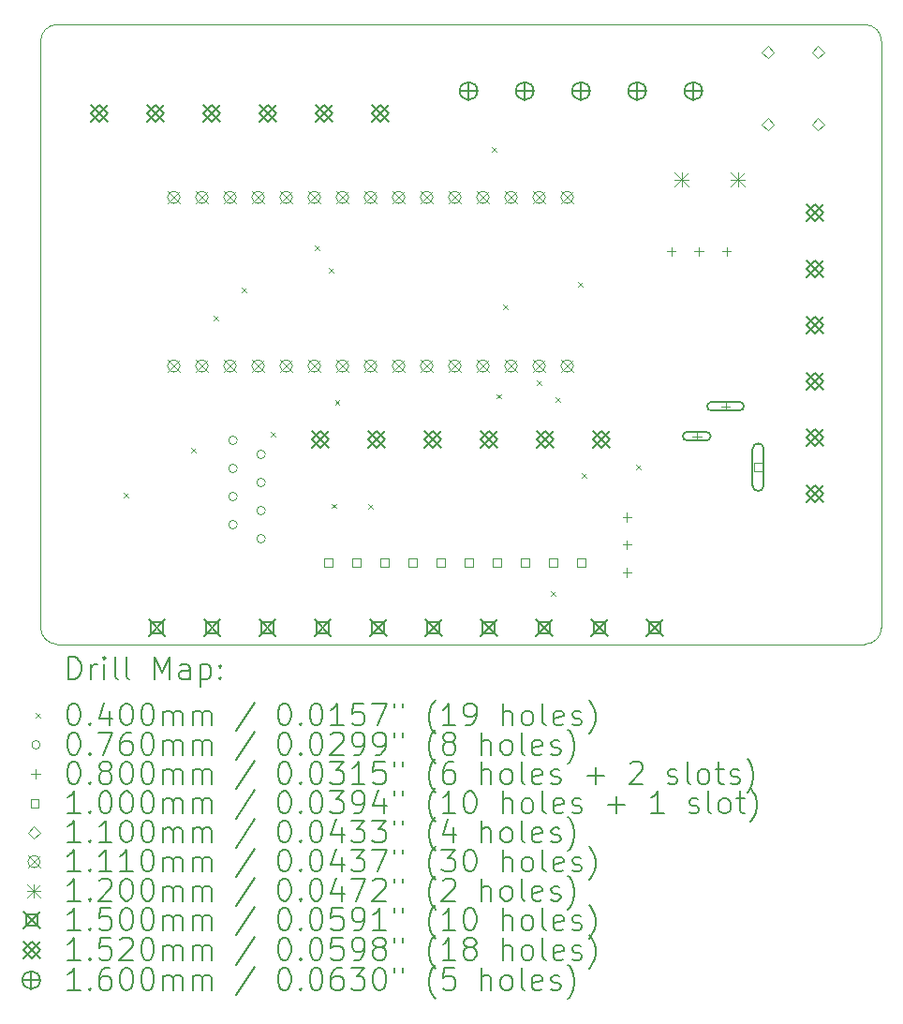
<source format=gbr>
%TF.GenerationSoftware,KiCad,Pcbnew,(6.0.7)*%
%TF.CreationDate,2022-10-06T11:11:15-05:00*%
%TF.ProjectId,ScareBanger_PCB,53636172-6542-4616-9e67-65725f504342,rev?*%
%TF.SameCoordinates,Original*%
%TF.FileFunction,Drillmap*%
%TF.FilePolarity,Positive*%
%FSLAX45Y45*%
G04 Gerber Fmt 4.5, Leading zero omitted, Abs format (unit mm)*
G04 Created by KiCad (PCBNEW (6.0.7)) date 2022-10-06 11:11:15*
%MOMM*%
%LPD*%
G01*
G04 APERTURE LIST*
%ADD10C,0.100000*%
%ADD11C,0.200000*%
%ADD12C,0.040000*%
%ADD13C,0.076000*%
%ADD14C,0.080000*%
%ADD15C,0.110000*%
%ADD16C,0.111000*%
%ADD17C,0.120000*%
%ADD18C,0.150000*%
%ADD19C,0.152000*%
%ADD20C,0.160000*%
G04 APERTURE END LIST*
D10*
X17700000Y-8750000D02*
G75*
G03*
X17550000Y-8600000I-150000J0D01*
G01*
X10100000Y-14050000D02*
G75*
G03*
X10250000Y-14200000I150000J0D01*
G01*
X17550000Y-14200000D02*
X10250000Y-14200000D01*
X10100000Y-14050000D02*
X10100000Y-8750000D01*
X10250000Y-8600000D02*
X17550000Y-8600000D01*
X10250000Y-8600000D02*
G75*
G03*
X10100000Y-8750000I0J-150000D01*
G01*
X17550000Y-14200000D02*
G75*
G03*
X17700000Y-14050000I0J150000D01*
G01*
X17700000Y-8750000D02*
X17700000Y-14050000D01*
D11*
D12*
X10851200Y-12832400D02*
X10891200Y-12872400D01*
X10891200Y-12832400D02*
X10851200Y-12872400D01*
X11460800Y-12426000D02*
X11500800Y-12466000D01*
X11500800Y-12426000D02*
X11460800Y-12466000D01*
X11664000Y-11232200D02*
X11704000Y-11272200D01*
X11704000Y-11232200D02*
X11664000Y-11272200D01*
X11918000Y-10978200D02*
X11958000Y-11018200D01*
X11958000Y-10978200D02*
X11918000Y-11018200D01*
X12180000Y-12280000D02*
X12220000Y-12320000D01*
X12220000Y-12280000D02*
X12180000Y-12320000D01*
X12578400Y-10597200D02*
X12618400Y-10637200D01*
X12618400Y-10597200D02*
X12578400Y-10637200D01*
X12705400Y-10800400D02*
X12745400Y-10840400D01*
X12745400Y-10800400D02*
X12705400Y-10840400D01*
X12730000Y-12930000D02*
X12770000Y-12970000D01*
X12770000Y-12930000D02*
X12730000Y-12970000D01*
X12760000Y-11995000D02*
X12800000Y-12035000D01*
X12800000Y-11995000D02*
X12760000Y-12035000D01*
X13061000Y-12934000D02*
X13101000Y-12974000D01*
X13101000Y-12934000D02*
X13061000Y-12974000D01*
X14178600Y-9708200D02*
X14218600Y-9748200D01*
X14218600Y-9708200D02*
X14178600Y-9748200D01*
X14220000Y-11940000D02*
X14260000Y-11980000D01*
X14260000Y-11940000D02*
X14220000Y-11980000D01*
X14280000Y-11130000D02*
X14320000Y-11170000D01*
X14320000Y-11130000D02*
X14280000Y-11170000D01*
X14584230Y-11815770D02*
X14624230Y-11855770D01*
X14624230Y-11815770D02*
X14584230Y-11855770D01*
X14712000Y-13721400D02*
X14752000Y-13761400D01*
X14752000Y-13721400D02*
X14712000Y-13761400D01*
X14754050Y-11970050D02*
X14794050Y-12010050D01*
X14794050Y-11970050D02*
X14754050Y-12010050D01*
X14955000Y-10930000D02*
X14995000Y-10970000D01*
X14995000Y-10930000D02*
X14955000Y-10970000D01*
X14991400Y-12654600D02*
X15031400Y-12694600D01*
X15031400Y-12654600D02*
X14991400Y-12694600D01*
X15480000Y-12580000D02*
X15520000Y-12620000D01*
X15520000Y-12580000D02*
X15480000Y-12620000D01*
D13*
X11876400Y-12357100D02*
G75*
G03*
X11876400Y-12357100I-38000J0D01*
G01*
X11876400Y-12611100D02*
G75*
G03*
X11876400Y-12611100I-38000J0D01*
G01*
X11876400Y-12865100D02*
G75*
G03*
X11876400Y-12865100I-38000J0D01*
G01*
X11876400Y-13119100D02*
G75*
G03*
X11876400Y-13119100I-38000J0D01*
G01*
X12130400Y-12484100D02*
G75*
G03*
X12130400Y-12484100I-38000J0D01*
G01*
X12130400Y-12738100D02*
G75*
G03*
X12130400Y-12738100I-38000J0D01*
G01*
X12130400Y-12992100D02*
G75*
G03*
X12130400Y-12992100I-38000J0D01*
G01*
X12130400Y-13246100D02*
G75*
G03*
X12130400Y-13246100I-38000J0D01*
G01*
D14*
X15400000Y-13010000D02*
X15400000Y-13090000D01*
X15360000Y-13050000D02*
X15440000Y-13050000D01*
X15400000Y-13260000D02*
X15400000Y-13340000D01*
X15360000Y-13300000D02*
X15440000Y-13300000D01*
X15400000Y-13510000D02*
X15400000Y-13590000D01*
X15360000Y-13550000D02*
X15440000Y-13550000D01*
X15800000Y-10610000D02*
X15800000Y-10690000D01*
X15760000Y-10650000D02*
X15840000Y-10650000D01*
X16030000Y-12280000D02*
X16030000Y-12360000D01*
X15990000Y-12320000D02*
X16070000Y-12320000D01*
D11*
X16115000Y-12280000D02*
X15945000Y-12280000D01*
X16115000Y-12360000D02*
X15945000Y-12360000D01*
X15945000Y-12280000D02*
G75*
G03*
X15945000Y-12360000I0J-40000D01*
G01*
X16115000Y-12360000D02*
G75*
G03*
X16115000Y-12280000I0J40000D01*
G01*
D14*
X16050000Y-10610000D02*
X16050000Y-10690000D01*
X16010000Y-10650000D02*
X16090000Y-10650000D01*
X16290000Y-12010000D02*
X16290000Y-12090000D01*
X16250000Y-12050000D02*
X16330000Y-12050000D01*
D11*
X16415000Y-12010000D02*
X16165000Y-12010000D01*
X16415000Y-12090000D02*
X16165000Y-12090000D01*
X16165000Y-12010000D02*
G75*
G03*
X16165000Y-12090000I0J-40000D01*
G01*
X16415000Y-12090000D02*
G75*
G03*
X16415000Y-12010000I0J40000D01*
G01*
D14*
X16300000Y-10610000D02*
X16300000Y-10690000D01*
X16260000Y-10650000D02*
X16340000Y-10650000D01*
D10*
X12735356Y-13497356D02*
X12735356Y-13426644D01*
X12664644Y-13426644D01*
X12664644Y-13497356D01*
X12735356Y-13497356D01*
X12989356Y-13497356D02*
X12989356Y-13426644D01*
X12918644Y-13426644D01*
X12918644Y-13497356D01*
X12989356Y-13497356D01*
X13243356Y-13497356D02*
X13243356Y-13426644D01*
X13172644Y-13426644D01*
X13172644Y-13497356D01*
X13243356Y-13497356D01*
X13497356Y-13497356D02*
X13497356Y-13426644D01*
X13426644Y-13426644D01*
X13426644Y-13497356D01*
X13497356Y-13497356D01*
X13751356Y-13497356D02*
X13751356Y-13426644D01*
X13680644Y-13426644D01*
X13680644Y-13497356D01*
X13751356Y-13497356D01*
X14005356Y-13497356D02*
X14005356Y-13426644D01*
X13934644Y-13426644D01*
X13934644Y-13497356D01*
X14005356Y-13497356D01*
X14259356Y-13497356D02*
X14259356Y-13426644D01*
X14188644Y-13426644D01*
X14188644Y-13497356D01*
X14259356Y-13497356D01*
X14513356Y-13497356D02*
X14513356Y-13426644D01*
X14442644Y-13426644D01*
X14442644Y-13497356D01*
X14513356Y-13497356D01*
X14767356Y-13497356D02*
X14767356Y-13426644D01*
X14696644Y-13426644D01*
X14696644Y-13497356D01*
X14767356Y-13497356D01*
X15021356Y-13497356D02*
X15021356Y-13426644D01*
X14950644Y-13426644D01*
X14950644Y-13497356D01*
X15021356Y-13497356D01*
X16620356Y-12635356D02*
X16620356Y-12564644D01*
X16549644Y-12564644D01*
X16549644Y-12635356D01*
X16620356Y-12635356D01*
D11*
X16535000Y-12435000D02*
X16535000Y-12765000D01*
X16635000Y-12435000D02*
X16635000Y-12765000D01*
X16535000Y-12765000D02*
G75*
G03*
X16635000Y-12765000I50000J0D01*
G01*
X16635000Y-12435000D02*
G75*
G03*
X16535000Y-12435000I-50000J0D01*
G01*
D15*
X16675000Y-8905000D02*
X16730000Y-8850000D01*
X16675000Y-8795000D01*
X16620000Y-8850000D01*
X16675000Y-8905000D01*
X16675000Y-9555000D02*
X16730000Y-9500000D01*
X16675000Y-9445000D01*
X16620000Y-9500000D01*
X16675000Y-9555000D01*
X17125000Y-8905000D02*
X17180000Y-8850000D01*
X17125000Y-8795000D01*
X17070000Y-8850000D01*
X17125000Y-8905000D01*
X17125000Y-9555000D02*
X17180000Y-9500000D01*
X17125000Y-9445000D01*
X17070000Y-9500000D01*
X17125000Y-9555000D01*
D16*
X11247500Y-10105500D02*
X11358500Y-10216500D01*
X11358500Y-10105500D02*
X11247500Y-10216500D01*
X11358500Y-10161000D02*
G75*
G03*
X11358500Y-10161000I-55500J0D01*
G01*
X11247500Y-11629500D02*
X11358500Y-11740500D01*
X11358500Y-11629500D02*
X11247500Y-11740500D01*
X11358500Y-11685000D02*
G75*
G03*
X11358500Y-11685000I-55500J0D01*
G01*
X11501500Y-10105500D02*
X11612500Y-10216500D01*
X11612500Y-10105500D02*
X11501500Y-10216500D01*
X11612500Y-10161000D02*
G75*
G03*
X11612500Y-10161000I-55500J0D01*
G01*
X11501500Y-11629500D02*
X11612500Y-11740500D01*
X11612500Y-11629500D02*
X11501500Y-11740500D01*
X11612500Y-11685000D02*
G75*
G03*
X11612500Y-11685000I-55500J0D01*
G01*
X11755500Y-10105500D02*
X11866500Y-10216500D01*
X11866500Y-10105500D02*
X11755500Y-10216500D01*
X11866500Y-10161000D02*
G75*
G03*
X11866500Y-10161000I-55500J0D01*
G01*
X11755500Y-11629500D02*
X11866500Y-11740500D01*
X11866500Y-11629500D02*
X11755500Y-11740500D01*
X11866500Y-11685000D02*
G75*
G03*
X11866500Y-11685000I-55500J0D01*
G01*
X12009500Y-10105500D02*
X12120500Y-10216500D01*
X12120500Y-10105500D02*
X12009500Y-10216500D01*
X12120500Y-10161000D02*
G75*
G03*
X12120500Y-10161000I-55500J0D01*
G01*
X12009500Y-11629500D02*
X12120500Y-11740500D01*
X12120500Y-11629500D02*
X12009500Y-11740500D01*
X12120500Y-11685000D02*
G75*
G03*
X12120500Y-11685000I-55500J0D01*
G01*
X12263500Y-10105500D02*
X12374500Y-10216500D01*
X12374500Y-10105500D02*
X12263500Y-10216500D01*
X12374500Y-10161000D02*
G75*
G03*
X12374500Y-10161000I-55500J0D01*
G01*
X12263500Y-11629500D02*
X12374500Y-11740500D01*
X12374500Y-11629500D02*
X12263500Y-11740500D01*
X12374500Y-11685000D02*
G75*
G03*
X12374500Y-11685000I-55500J0D01*
G01*
X12517500Y-10105500D02*
X12628500Y-10216500D01*
X12628500Y-10105500D02*
X12517500Y-10216500D01*
X12628500Y-10161000D02*
G75*
G03*
X12628500Y-10161000I-55500J0D01*
G01*
X12517500Y-11629500D02*
X12628500Y-11740500D01*
X12628500Y-11629500D02*
X12517500Y-11740500D01*
X12628500Y-11685000D02*
G75*
G03*
X12628500Y-11685000I-55500J0D01*
G01*
X12771500Y-10105500D02*
X12882500Y-10216500D01*
X12882500Y-10105500D02*
X12771500Y-10216500D01*
X12882500Y-10161000D02*
G75*
G03*
X12882500Y-10161000I-55500J0D01*
G01*
X12771500Y-11629500D02*
X12882500Y-11740500D01*
X12882500Y-11629500D02*
X12771500Y-11740500D01*
X12882500Y-11685000D02*
G75*
G03*
X12882500Y-11685000I-55500J0D01*
G01*
X13025500Y-10105500D02*
X13136500Y-10216500D01*
X13136500Y-10105500D02*
X13025500Y-10216500D01*
X13136500Y-10161000D02*
G75*
G03*
X13136500Y-10161000I-55500J0D01*
G01*
X13025500Y-11629500D02*
X13136500Y-11740500D01*
X13136500Y-11629500D02*
X13025500Y-11740500D01*
X13136500Y-11685000D02*
G75*
G03*
X13136500Y-11685000I-55500J0D01*
G01*
X13279500Y-10105500D02*
X13390500Y-10216500D01*
X13390500Y-10105500D02*
X13279500Y-10216500D01*
X13390500Y-10161000D02*
G75*
G03*
X13390500Y-10161000I-55500J0D01*
G01*
X13279500Y-11629500D02*
X13390500Y-11740500D01*
X13390500Y-11629500D02*
X13279500Y-11740500D01*
X13390500Y-11685000D02*
G75*
G03*
X13390500Y-11685000I-55500J0D01*
G01*
X13533500Y-10105500D02*
X13644500Y-10216500D01*
X13644500Y-10105500D02*
X13533500Y-10216500D01*
X13644500Y-10161000D02*
G75*
G03*
X13644500Y-10161000I-55500J0D01*
G01*
X13533500Y-11629500D02*
X13644500Y-11740500D01*
X13644500Y-11629500D02*
X13533500Y-11740500D01*
X13644500Y-11685000D02*
G75*
G03*
X13644500Y-11685000I-55500J0D01*
G01*
X13787500Y-10105500D02*
X13898500Y-10216500D01*
X13898500Y-10105500D02*
X13787500Y-10216500D01*
X13898500Y-10161000D02*
G75*
G03*
X13898500Y-10161000I-55500J0D01*
G01*
X13787500Y-11629500D02*
X13898500Y-11740500D01*
X13898500Y-11629500D02*
X13787500Y-11740500D01*
X13898500Y-11685000D02*
G75*
G03*
X13898500Y-11685000I-55500J0D01*
G01*
X14041500Y-10105500D02*
X14152500Y-10216500D01*
X14152500Y-10105500D02*
X14041500Y-10216500D01*
X14152500Y-10161000D02*
G75*
G03*
X14152500Y-10161000I-55500J0D01*
G01*
X14041500Y-11629500D02*
X14152500Y-11740500D01*
X14152500Y-11629500D02*
X14041500Y-11740500D01*
X14152500Y-11685000D02*
G75*
G03*
X14152500Y-11685000I-55500J0D01*
G01*
X14295500Y-10105500D02*
X14406500Y-10216500D01*
X14406500Y-10105500D02*
X14295500Y-10216500D01*
X14406500Y-10161000D02*
G75*
G03*
X14406500Y-10161000I-55500J0D01*
G01*
X14295500Y-11629500D02*
X14406500Y-11740500D01*
X14406500Y-11629500D02*
X14295500Y-11740500D01*
X14406500Y-11685000D02*
G75*
G03*
X14406500Y-11685000I-55500J0D01*
G01*
X14549500Y-10105500D02*
X14660500Y-10216500D01*
X14660500Y-10105500D02*
X14549500Y-10216500D01*
X14660500Y-10161000D02*
G75*
G03*
X14660500Y-10161000I-55500J0D01*
G01*
X14549500Y-11629500D02*
X14660500Y-11740500D01*
X14660500Y-11629500D02*
X14549500Y-11740500D01*
X14660500Y-11685000D02*
G75*
G03*
X14660500Y-11685000I-55500J0D01*
G01*
X14803500Y-10105500D02*
X14914500Y-10216500D01*
X14914500Y-10105500D02*
X14803500Y-10216500D01*
X14914500Y-10161000D02*
G75*
G03*
X14914500Y-10161000I-55500J0D01*
G01*
X14803500Y-11629500D02*
X14914500Y-11740500D01*
X14914500Y-11629500D02*
X14803500Y-11740500D01*
X14914500Y-11685000D02*
G75*
G03*
X14914500Y-11685000I-55500J0D01*
G01*
D17*
X15832000Y-9940000D02*
X15952000Y-10060000D01*
X15952000Y-9940000D02*
X15832000Y-10060000D01*
X15892000Y-9940000D02*
X15892000Y-10060000D01*
X15832000Y-10000000D02*
X15952000Y-10000000D01*
X16340000Y-9940000D02*
X16460000Y-10060000D01*
X16460000Y-9940000D02*
X16340000Y-10060000D01*
X16400000Y-9940000D02*
X16400000Y-10060000D01*
X16340000Y-10000000D02*
X16460000Y-10000000D01*
D18*
X11075000Y-13975000D02*
X11225000Y-14125000D01*
X11225000Y-13975000D02*
X11075000Y-14125000D01*
X11203033Y-14103033D02*
X11203033Y-13996966D01*
X11096967Y-13996966D01*
X11096967Y-14103033D01*
X11203033Y-14103033D01*
X11575000Y-13975000D02*
X11725000Y-14125000D01*
X11725000Y-13975000D02*
X11575000Y-14125000D01*
X11703033Y-14103033D02*
X11703033Y-13996966D01*
X11596966Y-13996966D01*
X11596966Y-14103033D01*
X11703033Y-14103033D01*
X12075000Y-13975000D02*
X12225000Y-14125000D01*
X12225000Y-13975000D02*
X12075000Y-14125000D01*
X12203033Y-14103033D02*
X12203033Y-13996966D01*
X12096966Y-13996966D01*
X12096966Y-14103033D01*
X12203033Y-14103033D01*
X12575000Y-13975000D02*
X12725000Y-14125000D01*
X12725000Y-13975000D02*
X12575000Y-14125000D01*
X12703033Y-14103033D02*
X12703033Y-13996966D01*
X12596966Y-13996966D01*
X12596966Y-14103033D01*
X12703033Y-14103033D01*
X13075000Y-13975000D02*
X13225000Y-14125000D01*
X13225000Y-13975000D02*
X13075000Y-14125000D01*
X13203033Y-14103033D02*
X13203033Y-13996966D01*
X13096966Y-13996966D01*
X13096966Y-14103033D01*
X13203033Y-14103033D01*
X13575000Y-13975000D02*
X13725000Y-14125000D01*
X13725000Y-13975000D02*
X13575000Y-14125000D01*
X13703033Y-14103033D02*
X13703033Y-13996966D01*
X13596966Y-13996966D01*
X13596966Y-14103033D01*
X13703033Y-14103033D01*
X14075000Y-13975000D02*
X14225000Y-14125000D01*
X14225000Y-13975000D02*
X14075000Y-14125000D01*
X14203033Y-14103033D02*
X14203033Y-13996966D01*
X14096966Y-13996966D01*
X14096966Y-14103033D01*
X14203033Y-14103033D01*
X14575000Y-13975000D02*
X14725000Y-14125000D01*
X14725000Y-13975000D02*
X14575000Y-14125000D01*
X14703033Y-14103033D02*
X14703033Y-13996966D01*
X14596966Y-13996966D01*
X14596966Y-14103033D01*
X14703033Y-14103033D01*
X15075000Y-13975000D02*
X15225000Y-14125000D01*
X15225000Y-13975000D02*
X15075000Y-14125000D01*
X15203033Y-14103033D02*
X15203033Y-13996966D01*
X15096966Y-13996966D01*
X15096966Y-14103033D01*
X15203033Y-14103033D01*
X15575000Y-13975000D02*
X15725000Y-14125000D01*
X15725000Y-13975000D02*
X15575000Y-14125000D01*
X15703033Y-14103033D02*
X15703033Y-13996966D01*
X15596966Y-13996966D01*
X15596966Y-14103033D01*
X15703033Y-14103033D01*
D19*
X10554000Y-9324000D02*
X10706000Y-9476000D01*
X10706000Y-9324000D02*
X10554000Y-9476000D01*
X10630000Y-9476000D02*
X10706000Y-9400000D01*
X10630000Y-9324000D01*
X10554000Y-9400000D01*
X10630000Y-9476000D01*
X11062000Y-9324000D02*
X11214000Y-9476000D01*
X11214000Y-9324000D02*
X11062000Y-9476000D01*
X11138000Y-9476000D02*
X11214000Y-9400000D01*
X11138000Y-9324000D01*
X11062000Y-9400000D01*
X11138000Y-9476000D01*
X11570000Y-9324000D02*
X11722000Y-9476000D01*
X11722000Y-9324000D02*
X11570000Y-9476000D01*
X11646000Y-9476000D02*
X11722000Y-9400000D01*
X11646000Y-9324000D01*
X11570000Y-9400000D01*
X11646000Y-9476000D01*
X12078000Y-9324000D02*
X12230000Y-9476000D01*
X12230000Y-9324000D02*
X12078000Y-9476000D01*
X12154000Y-9476000D02*
X12230000Y-9400000D01*
X12154000Y-9324000D01*
X12078000Y-9400000D01*
X12154000Y-9476000D01*
X12554000Y-12274000D02*
X12706000Y-12426000D01*
X12706000Y-12274000D02*
X12554000Y-12426000D01*
X12630000Y-12426000D02*
X12706000Y-12350000D01*
X12630000Y-12274000D01*
X12554000Y-12350000D01*
X12630000Y-12426000D01*
X12586000Y-9324000D02*
X12738000Y-9476000D01*
X12738000Y-9324000D02*
X12586000Y-9476000D01*
X12662000Y-9476000D02*
X12738000Y-9400000D01*
X12662000Y-9324000D01*
X12586000Y-9400000D01*
X12662000Y-9476000D01*
X13062000Y-12274000D02*
X13214000Y-12426000D01*
X13214000Y-12274000D02*
X13062000Y-12426000D01*
X13138000Y-12426000D02*
X13214000Y-12350000D01*
X13138000Y-12274000D01*
X13062000Y-12350000D01*
X13138000Y-12426000D01*
X13094000Y-9324000D02*
X13246000Y-9476000D01*
X13246000Y-9324000D02*
X13094000Y-9476000D01*
X13170000Y-9476000D02*
X13246000Y-9400000D01*
X13170000Y-9324000D01*
X13094000Y-9400000D01*
X13170000Y-9476000D01*
X13570000Y-12274000D02*
X13722000Y-12426000D01*
X13722000Y-12274000D02*
X13570000Y-12426000D01*
X13646000Y-12426000D02*
X13722000Y-12350000D01*
X13646000Y-12274000D01*
X13570000Y-12350000D01*
X13646000Y-12426000D01*
X14078000Y-12274000D02*
X14230000Y-12426000D01*
X14230000Y-12274000D02*
X14078000Y-12426000D01*
X14154000Y-12426000D02*
X14230000Y-12350000D01*
X14154000Y-12274000D01*
X14078000Y-12350000D01*
X14154000Y-12426000D01*
X14586000Y-12274000D02*
X14738000Y-12426000D01*
X14738000Y-12274000D02*
X14586000Y-12426000D01*
X14662000Y-12426000D02*
X14738000Y-12350000D01*
X14662000Y-12274000D01*
X14586000Y-12350000D01*
X14662000Y-12426000D01*
X15094000Y-12274000D02*
X15246000Y-12426000D01*
X15246000Y-12274000D02*
X15094000Y-12426000D01*
X15170000Y-12426000D02*
X15246000Y-12350000D01*
X15170000Y-12274000D01*
X15094000Y-12350000D01*
X15170000Y-12426000D01*
X17024000Y-10224000D02*
X17176000Y-10376000D01*
X17176000Y-10224000D02*
X17024000Y-10376000D01*
X17100000Y-10376000D02*
X17176000Y-10300000D01*
X17100000Y-10224000D01*
X17024000Y-10300000D01*
X17100000Y-10376000D01*
X17024000Y-10732000D02*
X17176000Y-10884000D01*
X17176000Y-10732000D02*
X17024000Y-10884000D01*
X17100000Y-10884000D02*
X17176000Y-10808000D01*
X17100000Y-10732000D01*
X17024000Y-10808000D01*
X17100000Y-10884000D01*
X17024000Y-11240000D02*
X17176000Y-11392000D01*
X17176000Y-11240000D02*
X17024000Y-11392000D01*
X17100000Y-11392000D02*
X17176000Y-11316000D01*
X17100000Y-11240000D01*
X17024000Y-11316000D01*
X17100000Y-11392000D01*
X17024000Y-11748000D02*
X17176000Y-11900000D01*
X17176000Y-11748000D02*
X17024000Y-11900000D01*
X17100000Y-11900000D02*
X17176000Y-11824000D01*
X17100000Y-11748000D01*
X17024000Y-11824000D01*
X17100000Y-11900000D01*
X17024000Y-12256000D02*
X17176000Y-12408000D01*
X17176000Y-12256000D02*
X17024000Y-12408000D01*
X17100000Y-12408000D02*
X17176000Y-12332000D01*
X17100000Y-12256000D01*
X17024000Y-12332000D01*
X17100000Y-12408000D01*
X17024000Y-12764000D02*
X17176000Y-12916000D01*
X17176000Y-12764000D02*
X17024000Y-12916000D01*
X17100000Y-12916000D02*
X17176000Y-12840000D01*
X17100000Y-12764000D01*
X17024000Y-12840000D01*
X17100000Y-12916000D01*
D20*
X13968000Y-9120000D02*
X13968000Y-9280000D01*
X13888000Y-9200000D02*
X14048000Y-9200000D01*
X14048000Y-9200000D02*
G75*
G03*
X14048000Y-9200000I-80000J0D01*
G01*
X14476000Y-9120000D02*
X14476000Y-9280000D01*
X14396000Y-9200000D02*
X14556000Y-9200000D01*
X14556000Y-9200000D02*
G75*
G03*
X14556000Y-9200000I-80000J0D01*
G01*
X14984000Y-9120000D02*
X14984000Y-9280000D01*
X14904000Y-9200000D02*
X15064000Y-9200000D01*
X15064000Y-9200000D02*
G75*
G03*
X15064000Y-9200000I-80000J0D01*
G01*
X15492000Y-9120000D02*
X15492000Y-9280000D01*
X15412000Y-9200000D02*
X15572000Y-9200000D01*
X15572000Y-9200000D02*
G75*
G03*
X15572000Y-9200000I-80000J0D01*
G01*
X16000000Y-9120000D02*
X16000000Y-9280000D01*
X15920000Y-9200000D02*
X16080000Y-9200000D01*
X16080000Y-9200000D02*
G75*
G03*
X16080000Y-9200000I-80000J0D01*
G01*
D11*
X10352619Y-14515476D02*
X10352619Y-14315476D01*
X10400238Y-14315476D01*
X10428810Y-14325000D01*
X10447857Y-14344048D01*
X10457381Y-14363095D01*
X10466905Y-14401190D01*
X10466905Y-14429762D01*
X10457381Y-14467857D01*
X10447857Y-14486905D01*
X10428810Y-14505952D01*
X10400238Y-14515476D01*
X10352619Y-14515476D01*
X10552619Y-14515476D02*
X10552619Y-14382143D01*
X10552619Y-14420238D02*
X10562143Y-14401190D01*
X10571667Y-14391667D01*
X10590714Y-14382143D01*
X10609762Y-14382143D01*
X10676429Y-14515476D02*
X10676429Y-14382143D01*
X10676429Y-14315476D02*
X10666905Y-14325000D01*
X10676429Y-14334524D01*
X10685952Y-14325000D01*
X10676429Y-14315476D01*
X10676429Y-14334524D01*
X10800238Y-14515476D02*
X10781190Y-14505952D01*
X10771667Y-14486905D01*
X10771667Y-14315476D01*
X10905000Y-14515476D02*
X10885952Y-14505952D01*
X10876429Y-14486905D01*
X10876429Y-14315476D01*
X11133571Y-14515476D02*
X11133571Y-14315476D01*
X11200238Y-14458333D01*
X11266905Y-14315476D01*
X11266905Y-14515476D01*
X11447857Y-14515476D02*
X11447857Y-14410714D01*
X11438333Y-14391667D01*
X11419286Y-14382143D01*
X11381190Y-14382143D01*
X11362143Y-14391667D01*
X11447857Y-14505952D02*
X11428809Y-14515476D01*
X11381190Y-14515476D01*
X11362143Y-14505952D01*
X11352619Y-14486905D01*
X11352619Y-14467857D01*
X11362143Y-14448809D01*
X11381190Y-14439286D01*
X11428809Y-14439286D01*
X11447857Y-14429762D01*
X11543095Y-14382143D02*
X11543095Y-14582143D01*
X11543095Y-14391667D02*
X11562143Y-14382143D01*
X11600238Y-14382143D01*
X11619286Y-14391667D01*
X11628809Y-14401190D01*
X11638333Y-14420238D01*
X11638333Y-14477381D01*
X11628809Y-14496428D01*
X11619286Y-14505952D01*
X11600238Y-14515476D01*
X11562143Y-14515476D01*
X11543095Y-14505952D01*
X11724048Y-14496428D02*
X11733571Y-14505952D01*
X11724048Y-14515476D01*
X11714524Y-14505952D01*
X11724048Y-14496428D01*
X11724048Y-14515476D01*
X11724048Y-14391667D02*
X11733571Y-14401190D01*
X11724048Y-14410714D01*
X11714524Y-14401190D01*
X11724048Y-14391667D01*
X11724048Y-14410714D01*
D12*
X10055000Y-14825000D02*
X10095000Y-14865000D01*
X10095000Y-14825000D02*
X10055000Y-14865000D01*
D11*
X10390714Y-14735476D02*
X10409762Y-14735476D01*
X10428810Y-14745000D01*
X10438333Y-14754524D01*
X10447857Y-14773571D01*
X10457381Y-14811667D01*
X10457381Y-14859286D01*
X10447857Y-14897381D01*
X10438333Y-14916428D01*
X10428810Y-14925952D01*
X10409762Y-14935476D01*
X10390714Y-14935476D01*
X10371667Y-14925952D01*
X10362143Y-14916428D01*
X10352619Y-14897381D01*
X10343095Y-14859286D01*
X10343095Y-14811667D01*
X10352619Y-14773571D01*
X10362143Y-14754524D01*
X10371667Y-14745000D01*
X10390714Y-14735476D01*
X10543095Y-14916428D02*
X10552619Y-14925952D01*
X10543095Y-14935476D01*
X10533571Y-14925952D01*
X10543095Y-14916428D01*
X10543095Y-14935476D01*
X10724048Y-14802143D02*
X10724048Y-14935476D01*
X10676429Y-14725952D02*
X10628810Y-14868809D01*
X10752619Y-14868809D01*
X10866905Y-14735476D02*
X10885952Y-14735476D01*
X10905000Y-14745000D01*
X10914524Y-14754524D01*
X10924048Y-14773571D01*
X10933571Y-14811667D01*
X10933571Y-14859286D01*
X10924048Y-14897381D01*
X10914524Y-14916428D01*
X10905000Y-14925952D01*
X10885952Y-14935476D01*
X10866905Y-14935476D01*
X10847857Y-14925952D01*
X10838333Y-14916428D01*
X10828810Y-14897381D01*
X10819286Y-14859286D01*
X10819286Y-14811667D01*
X10828810Y-14773571D01*
X10838333Y-14754524D01*
X10847857Y-14745000D01*
X10866905Y-14735476D01*
X11057381Y-14735476D02*
X11076429Y-14735476D01*
X11095476Y-14745000D01*
X11105000Y-14754524D01*
X11114524Y-14773571D01*
X11124048Y-14811667D01*
X11124048Y-14859286D01*
X11114524Y-14897381D01*
X11105000Y-14916428D01*
X11095476Y-14925952D01*
X11076429Y-14935476D01*
X11057381Y-14935476D01*
X11038333Y-14925952D01*
X11028810Y-14916428D01*
X11019286Y-14897381D01*
X11009762Y-14859286D01*
X11009762Y-14811667D01*
X11019286Y-14773571D01*
X11028810Y-14754524D01*
X11038333Y-14745000D01*
X11057381Y-14735476D01*
X11209762Y-14935476D02*
X11209762Y-14802143D01*
X11209762Y-14821190D02*
X11219286Y-14811667D01*
X11238333Y-14802143D01*
X11266905Y-14802143D01*
X11285952Y-14811667D01*
X11295476Y-14830714D01*
X11295476Y-14935476D01*
X11295476Y-14830714D02*
X11305000Y-14811667D01*
X11324048Y-14802143D01*
X11352619Y-14802143D01*
X11371667Y-14811667D01*
X11381190Y-14830714D01*
X11381190Y-14935476D01*
X11476428Y-14935476D02*
X11476428Y-14802143D01*
X11476428Y-14821190D02*
X11485952Y-14811667D01*
X11505000Y-14802143D01*
X11533571Y-14802143D01*
X11552619Y-14811667D01*
X11562143Y-14830714D01*
X11562143Y-14935476D01*
X11562143Y-14830714D02*
X11571667Y-14811667D01*
X11590714Y-14802143D01*
X11619286Y-14802143D01*
X11638333Y-14811667D01*
X11647857Y-14830714D01*
X11647857Y-14935476D01*
X12038333Y-14725952D02*
X11866905Y-14983095D01*
X12295476Y-14735476D02*
X12314524Y-14735476D01*
X12333571Y-14745000D01*
X12343095Y-14754524D01*
X12352619Y-14773571D01*
X12362143Y-14811667D01*
X12362143Y-14859286D01*
X12352619Y-14897381D01*
X12343095Y-14916428D01*
X12333571Y-14925952D01*
X12314524Y-14935476D01*
X12295476Y-14935476D01*
X12276428Y-14925952D01*
X12266905Y-14916428D01*
X12257381Y-14897381D01*
X12247857Y-14859286D01*
X12247857Y-14811667D01*
X12257381Y-14773571D01*
X12266905Y-14754524D01*
X12276428Y-14745000D01*
X12295476Y-14735476D01*
X12447857Y-14916428D02*
X12457381Y-14925952D01*
X12447857Y-14935476D01*
X12438333Y-14925952D01*
X12447857Y-14916428D01*
X12447857Y-14935476D01*
X12581190Y-14735476D02*
X12600238Y-14735476D01*
X12619286Y-14745000D01*
X12628809Y-14754524D01*
X12638333Y-14773571D01*
X12647857Y-14811667D01*
X12647857Y-14859286D01*
X12638333Y-14897381D01*
X12628809Y-14916428D01*
X12619286Y-14925952D01*
X12600238Y-14935476D01*
X12581190Y-14935476D01*
X12562143Y-14925952D01*
X12552619Y-14916428D01*
X12543095Y-14897381D01*
X12533571Y-14859286D01*
X12533571Y-14811667D01*
X12543095Y-14773571D01*
X12552619Y-14754524D01*
X12562143Y-14745000D01*
X12581190Y-14735476D01*
X12838333Y-14935476D02*
X12724048Y-14935476D01*
X12781190Y-14935476D02*
X12781190Y-14735476D01*
X12762143Y-14764048D01*
X12743095Y-14783095D01*
X12724048Y-14792619D01*
X13019286Y-14735476D02*
X12924048Y-14735476D01*
X12914524Y-14830714D01*
X12924048Y-14821190D01*
X12943095Y-14811667D01*
X12990714Y-14811667D01*
X13009762Y-14821190D01*
X13019286Y-14830714D01*
X13028809Y-14849762D01*
X13028809Y-14897381D01*
X13019286Y-14916428D01*
X13009762Y-14925952D01*
X12990714Y-14935476D01*
X12943095Y-14935476D01*
X12924048Y-14925952D01*
X12914524Y-14916428D01*
X13095476Y-14735476D02*
X13228809Y-14735476D01*
X13143095Y-14935476D01*
X13295476Y-14735476D02*
X13295476Y-14773571D01*
X13371667Y-14735476D02*
X13371667Y-14773571D01*
X13666905Y-15011667D02*
X13657381Y-15002143D01*
X13638333Y-14973571D01*
X13628809Y-14954524D01*
X13619286Y-14925952D01*
X13609762Y-14878333D01*
X13609762Y-14840238D01*
X13619286Y-14792619D01*
X13628809Y-14764048D01*
X13638333Y-14745000D01*
X13657381Y-14716428D01*
X13666905Y-14706905D01*
X13847857Y-14935476D02*
X13733571Y-14935476D01*
X13790714Y-14935476D02*
X13790714Y-14735476D01*
X13771667Y-14764048D01*
X13752619Y-14783095D01*
X13733571Y-14792619D01*
X13943095Y-14935476D02*
X13981190Y-14935476D01*
X14000238Y-14925952D01*
X14009762Y-14916428D01*
X14028809Y-14887857D01*
X14038333Y-14849762D01*
X14038333Y-14773571D01*
X14028809Y-14754524D01*
X14019286Y-14745000D01*
X14000238Y-14735476D01*
X13962143Y-14735476D01*
X13943095Y-14745000D01*
X13933571Y-14754524D01*
X13924048Y-14773571D01*
X13924048Y-14821190D01*
X13933571Y-14840238D01*
X13943095Y-14849762D01*
X13962143Y-14859286D01*
X14000238Y-14859286D01*
X14019286Y-14849762D01*
X14028809Y-14840238D01*
X14038333Y-14821190D01*
X14276428Y-14935476D02*
X14276428Y-14735476D01*
X14362143Y-14935476D02*
X14362143Y-14830714D01*
X14352619Y-14811667D01*
X14333571Y-14802143D01*
X14305000Y-14802143D01*
X14285952Y-14811667D01*
X14276428Y-14821190D01*
X14485952Y-14935476D02*
X14466905Y-14925952D01*
X14457381Y-14916428D01*
X14447857Y-14897381D01*
X14447857Y-14840238D01*
X14457381Y-14821190D01*
X14466905Y-14811667D01*
X14485952Y-14802143D01*
X14514524Y-14802143D01*
X14533571Y-14811667D01*
X14543095Y-14821190D01*
X14552619Y-14840238D01*
X14552619Y-14897381D01*
X14543095Y-14916428D01*
X14533571Y-14925952D01*
X14514524Y-14935476D01*
X14485952Y-14935476D01*
X14666905Y-14935476D02*
X14647857Y-14925952D01*
X14638333Y-14906905D01*
X14638333Y-14735476D01*
X14819286Y-14925952D02*
X14800238Y-14935476D01*
X14762143Y-14935476D01*
X14743095Y-14925952D01*
X14733571Y-14906905D01*
X14733571Y-14830714D01*
X14743095Y-14811667D01*
X14762143Y-14802143D01*
X14800238Y-14802143D01*
X14819286Y-14811667D01*
X14828809Y-14830714D01*
X14828809Y-14849762D01*
X14733571Y-14868809D01*
X14905000Y-14925952D02*
X14924048Y-14935476D01*
X14962143Y-14935476D01*
X14981190Y-14925952D01*
X14990714Y-14906905D01*
X14990714Y-14897381D01*
X14981190Y-14878333D01*
X14962143Y-14868809D01*
X14933571Y-14868809D01*
X14914524Y-14859286D01*
X14905000Y-14840238D01*
X14905000Y-14830714D01*
X14914524Y-14811667D01*
X14933571Y-14802143D01*
X14962143Y-14802143D01*
X14981190Y-14811667D01*
X15057381Y-15011667D02*
X15066905Y-15002143D01*
X15085952Y-14973571D01*
X15095476Y-14954524D01*
X15105000Y-14925952D01*
X15114524Y-14878333D01*
X15114524Y-14840238D01*
X15105000Y-14792619D01*
X15095476Y-14764048D01*
X15085952Y-14745000D01*
X15066905Y-14716428D01*
X15057381Y-14706905D01*
D13*
X10095000Y-15109000D02*
G75*
G03*
X10095000Y-15109000I-38000J0D01*
G01*
D11*
X10390714Y-14999476D02*
X10409762Y-14999476D01*
X10428810Y-15009000D01*
X10438333Y-15018524D01*
X10447857Y-15037571D01*
X10457381Y-15075667D01*
X10457381Y-15123286D01*
X10447857Y-15161381D01*
X10438333Y-15180428D01*
X10428810Y-15189952D01*
X10409762Y-15199476D01*
X10390714Y-15199476D01*
X10371667Y-15189952D01*
X10362143Y-15180428D01*
X10352619Y-15161381D01*
X10343095Y-15123286D01*
X10343095Y-15075667D01*
X10352619Y-15037571D01*
X10362143Y-15018524D01*
X10371667Y-15009000D01*
X10390714Y-14999476D01*
X10543095Y-15180428D02*
X10552619Y-15189952D01*
X10543095Y-15199476D01*
X10533571Y-15189952D01*
X10543095Y-15180428D01*
X10543095Y-15199476D01*
X10619286Y-14999476D02*
X10752619Y-14999476D01*
X10666905Y-15199476D01*
X10914524Y-14999476D02*
X10876429Y-14999476D01*
X10857381Y-15009000D01*
X10847857Y-15018524D01*
X10828810Y-15047095D01*
X10819286Y-15085190D01*
X10819286Y-15161381D01*
X10828810Y-15180428D01*
X10838333Y-15189952D01*
X10857381Y-15199476D01*
X10895476Y-15199476D01*
X10914524Y-15189952D01*
X10924048Y-15180428D01*
X10933571Y-15161381D01*
X10933571Y-15113762D01*
X10924048Y-15094714D01*
X10914524Y-15085190D01*
X10895476Y-15075667D01*
X10857381Y-15075667D01*
X10838333Y-15085190D01*
X10828810Y-15094714D01*
X10819286Y-15113762D01*
X11057381Y-14999476D02*
X11076429Y-14999476D01*
X11095476Y-15009000D01*
X11105000Y-15018524D01*
X11114524Y-15037571D01*
X11124048Y-15075667D01*
X11124048Y-15123286D01*
X11114524Y-15161381D01*
X11105000Y-15180428D01*
X11095476Y-15189952D01*
X11076429Y-15199476D01*
X11057381Y-15199476D01*
X11038333Y-15189952D01*
X11028810Y-15180428D01*
X11019286Y-15161381D01*
X11009762Y-15123286D01*
X11009762Y-15075667D01*
X11019286Y-15037571D01*
X11028810Y-15018524D01*
X11038333Y-15009000D01*
X11057381Y-14999476D01*
X11209762Y-15199476D02*
X11209762Y-15066143D01*
X11209762Y-15085190D02*
X11219286Y-15075667D01*
X11238333Y-15066143D01*
X11266905Y-15066143D01*
X11285952Y-15075667D01*
X11295476Y-15094714D01*
X11295476Y-15199476D01*
X11295476Y-15094714D02*
X11305000Y-15075667D01*
X11324048Y-15066143D01*
X11352619Y-15066143D01*
X11371667Y-15075667D01*
X11381190Y-15094714D01*
X11381190Y-15199476D01*
X11476428Y-15199476D02*
X11476428Y-15066143D01*
X11476428Y-15085190D02*
X11485952Y-15075667D01*
X11505000Y-15066143D01*
X11533571Y-15066143D01*
X11552619Y-15075667D01*
X11562143Y-15094714D01*
X11562143Y-15199476D01*
X11562143Y-15094714D02*
X11571667Y-15075667D01*
X11590714Y-15066143D01*
X11619286Y-15066143D01*
X11638333Y-15075667D01*
X11647857Y-15094714D01*
X11647857Y-15199476D01*
X12038333Y-14989952D02*
X11866905Y-15247095D01*
X12295476Y-14999476D02*
X12314524Y-14999476D01*
X12333571Y-15009000D01*
X12343095Y-15018524D01*
X12352619Y-15037571D01*
X12362143Y-15075667D01*
X12362143Y-15123286D01*
X12352619Y-15161381D01*
X12343095Y-15180428D01*
X12333571Y-15189952D01*
X12314524Y-15199476D01*
X12295476Y-15199476D01*
X12276428Y-15189952D01*
X12266905Y-15180428D01*
X12257381Y-15161381D01*
X12247857Y-15123286D01*
X12247857Y-15075667D01*
X12257381Y-15037571D01*
X12266905Y-15018524D01*
X12276428Y-15009000D01*
X12295476Y-14999476D01*
X12447857Y-15180428D02*
X12457381Y-15189952D01*
X12447857Y-15199476D01*
X12438333Y-15189952D01*
X12447857Y-15180428D01*
X12447857Y-15199476D01*
X12581190Y-14999476D02*
X12600238Y-14999476D01*
X12619286Y-15009000D01*
X12628809Y-15018524D01*
X12638333Y-15037571D01*
X12647857Y-15075667D01*
X12647857Y-15123286D01*
X12638333Y-15161381D01*
X12628809Y-15180428D01*
X12619286Y-15189952D01*
X12600238Y-15199476D01*
X12581190Y-15199476D01*
X12562143Y-15189952D01*
X12552619Y-15180428D01*
X12543095Y-15161381D01*
X12533571Y-15123286D01*
X12533571Y-15075667D01*
X12543095Y-15037571D01*
X12552619Y-15018524D01*
X12562143Y-15009000D01*
X12581190Y-14999476D01*
X12724048Y-15018524D02*
X12733571Y-15009000D01*
X12752619Y-14999476D01*
X12800238Y-14999476D01*
X12819286Y-15009000D01*
X12828809Y-15018524D01*
X12838333Y-15037571D01*
X12838333Y-15056619D01*
X12828809Y-15085190D01*
X12714524Y-15199476D01*
X12838333Y-15199476D01*
X12933571Y-15199476D02*
X12971667Y-15199476D01*
X12990714Y-15189952D01*
X13000238Y-15180428D01*
X13019286Y-15151857D01*
X13028809Y-15113762D01*
X13028809Y-15037571D01*
X13019286Y-15018524D01*
X13009762Y-15009000D01*
X12990714Y-14999476D01*
X12952619Y-14999476D01*
X12933571Y-15009000D01*
X12924048Y-15018524D01*
X12914524Y-15037571D01*
X12914524Y-15085190D01*
X12924048Y-15104238D01*
X12933571Y-15113762D01*
X12952619Y-15123286D01*
X12990714Y-15123286D01*
X13009762Y-15113762D01*
X13019286Y-15104238D01*
X13028809Y-15085190D01*
X13124048Y-15199476D02*
X13162143Y-15199476D01*
X13181190Y-15189952D01*
X13190714Y-15180428D01*
X13209762Y-15151857D01*
X13219286Y-15113762D01*
X13219286Y-15037571D01*
X13209762Y-15018524D01*
X13200238Y-15009000D01*
X13181190Y-14999476D01*
X13143095Y-14999476D01*
X13124048Y-15009000D01*
X13114524Y-15018524D01*
X13105000Y-15037571D01*
X13105000Y-15085190D01*
X13114524Y-15104238D01*
X13124048Y-15113762D01*
X13143095Y-15123286D01*
X13181190Y-15123286D01*
X13200238Y-15113762D01*
X13209762Y-15104238D01*
X13219286Y-15085190D01*
X13295476Y-14999476D02*
X13295476Y-15037571D01*
X13371667Y-14999476D02*
X13371667Y-15037571D01*
X13666905Y-15275667D02*
X13657381Y-15266143D01*
X13638333Y-15237571D01*
X13628809Y-15218524D01*
X13619286Y-15189952D01*
X13609762Y-15142333D01*
X13609762Y-15104238D01*
X13619286Y-15056619D01*
X13628809Y-15028048D01*
X13638333Y-15009000D01*
X13657381Y-14980428D01*
X13666905Y-14970905D01*
X13771667Y-15085190D02*
X13752619Y-15075667D01*
X13743095Y-15066143D01*
X13733571Y-15047095D01*
X13733571Y-15037571D01*
X13743095Y-15018524D01*
X13752619Y-15009000D01*
X13771667Y-14999476D01*
X13809762Y-14999476D01*
X13828809Y-15009000D01*
X13838333Y-15018524D01*
X13847857Y-15037571D01*
X13847857Y-15047095D01*
X13838333Y-15066143D01*
X13828809Y-15075667D01*
X13809762Y-15085190D01*
X13771667Y-15085190D01*
X13752619Y-15094714D01*
X13743095Y-15104238D01*
X13733571Y-15123286D01*
X13733571Y-15161381D01*
X13743095Y-15180428D01*
X13752619Y-15189952D01*
X13771667Y-15199476D01*
X13809762Y-15199476D01*
X13828809Y-15189952D01*
X13838333Y-15180428D01*
X13847857Y-15161381D01*
X13847857Y-15123286D01*
X13838333Y-15104238D01*
X13828809Y-15094714D01*
X13809762Y-15085190D01*
X14085952Y-15199476D02*
X14085952Y-14999476D01*
X14171667Y-15199476D02*
X14171667Y-15094714D01*
X14162143Y-15075667D01*
X14143095Y-15066143D01*
X14114524Y-15066143D01*
X14095476Y-15075667D01*
X14085952Y-15085190D01*
X14295476Y-15199476D02*
X14276428Y-15189952D01*
X14266905Y-15180428D01*
X14257381Y-15161381D01*
X14257381Y-15104238D01*
X14266905Y-15085190D01*
X14276428Y-15075667D01*
X14295476Y-15066143D01*
X14324048Y-15066143D01*
X14343095Y-15075667D01*
X14352619Y-15085190D01*
X14362143Y-15104238D01*
X14362143Y-15161381D01*
X14352619Y-15180428D01*
X14343095Y-15189952D01*
X14324048Y-15199476D01*
X14295476Y-15199476D01*
X14476428Y-15199476D02*
X14457381Y-15189952D01*
X14447857Y-15170905D01*
X14447857Y-14999476D01*
X14628809Y-15189952D02*
X14609762Y-15199476D01*
X14571667Y-15199476D01*
X14552619Y-15189952D01*
X14543095Y-15170905D01*
X14543095Y-15094714D01*
X14552619Y-15075667D01*
X14571667Y-15066143D01*
X14609762Y-15066143D01*
X14628809Y-15075667D01*
X14638333Y-15094714D01*
X14638333Y-15113762D01*
X14543095Y-15132809D01*
X14714524Y-15189952D02*
X14733571Y-15199476D01*
X14771667Y-15199476D01*
X14790714Y-15189952D01*
X14800238Y-15170905D01*
X14800238Y-15161381D01*
X14790714Y-15142333D01*
X14771667Y-15132809D01*
X14743095Y-15132809D01*
X14724048Y-15123286D01*
X14714524Y-15104238D01*
X14714524Y-15094714D01*
X14724048Y-15075667D01*
X14743095Y-15066143D01*
X14771667Y-15066143D01*
X14790714Y-15075667D01*
X14866905Y-15275667D02*
X14876428Y-15266143D01*
X14895476Y-15237571D01*
X14905000Y-15218524D01*
X14914524Y-15189952D01*
X14924048Y-15142333D01*
X14924048Y-15104238D01*
X14914524Y-15056619D01*
X14905000Y-15028048D01*
X14895476Y-15009000D01*
X14876428Y-14980428D01*
X14866905Y-14970905D01*
D14*
X10055000Y-15333000D02*
X10055000Y-15413000D01*
X10015000Y-15373000D02*
X10095000Y-15373000D01*
D11*
X10390714Y-15263476D02*
X10409762Y-15263476D01*
X10428810Y-15273000D01*
X10438333Y-15282524D01*
X10447857Y-15301571D01*
X10457381Y-15339667D01*
X10457381Y-15387286D01*
X10447857Y-15425381D01*
X10438333Y-15444428D01*
X10428810Y-15453952D01*
X10409762Y-15463476D01*
X10390714Y-15463476D01*
X10371667Y-15453952D01*
X10362143Y-15444428D01*
X10352619Y-15425381D01*
X10343095Y-15387286D01*
X10343095Y-15339667D01*
X10352619Y-15301571D01*
X10362143Y-15282524D01*
X10371667Y-15273000D01*
X10390714Y-15263476D01*
X10543095Y-15444428D02*
X10552619Y-15453952D01*
X10543095Y-15463476D01*
X10533571Y-15453952D01*
X10543095Y-15444428D01*
X10543095Y-15463476D01*
X10666905Y-15349190D02*
X10647857Y-15339667D01*
X10638333Y-15330143D01*
X10628810Y-15311095D01*
X10628810Y-15301571D01*
X10638333Y-15282524D01*
X10647857Y-15273000D01*
X10666905Y-15263476D01*
X10705000Y-15263476D01*
X10724048Y-15273000D01*
X10733571Y-15282524D01*
X10743095Y-15301571D01*
X10743095Y-15311095D01*
X10733571Y-15330143D01*
X10724048Y-15339667D01*
X10705000Y-15349190D01*
X10666905Y-15349190D01*
X10647857Y-15358714D01*
X10638333Y-15368238D01*
X10628810Y-15387286D01*
X10628810Y-15425381D01*
X10638333Y-15444428D01*
X10647857Y-15453952D01*
X10666905Y-15463476D01*
X10705000Y-15463476D01*
X10724048Y-15453952D01*
X10733571Y-15444428D01*
X10743095Y-15425381D01*
X10743095Y-15387286D01*
X10733571Y-15368238D01*
X10724048Y-15358714D01*
X10705000Y-15349190D01*
X10866905Y-15263476D02*
X10885952Y-15263476D01*
X10905000Y-15273000D01*
X10914524Y-15282524D01*
X10924048Y-15301571D01*
X10933571Y-15339667D01*
X10933571Y-15387286D01*
X10924048Y-15425381D01*
X10914524Y-15444428D01*
X10905000Y-15453952D01*
X10885952Y-15463476D01*
X10866905Y-15463476D01*
X10847857Y-15453952D01*
X10838333Y-15444428D01*
X10828810Y-15425381D01*
X10819286Y-15387286D01*
X10819286Y-15339667D01*
X10828810Y-15301571D01*
X10838333Y-15282524D01*
X10847857Y-15273000D01*
X10866905Y-15263476D01*
X11057381Y-15263476D02*
X11076429Y-15263476D01*
X11095476Y-15273000D01*
X11105000Y-15282524D01*
X11114524Y-15301571D01*
X11124048Y-15339667D01*
X11124048Y-15387286D01*
X11114524Y-15425381D01*
X11105000Y-15444428D01*
X11095476Y-15453952D01*
X11076429Y-15463476D01*
X11057381Y-15463476D01*
X11038333Y-15453952D01*
X11028810Y-15444428D01*
X11019286Y-15425381D01*
X11009762Y-15387286D01*
X11009762Y-15339667D01*
X11019286Y-15301571D01*
X11028810Y-15282524D01*
X11038333Y-15273000D01*
X11057381Y-15263476D01*
X11209762Y-15463476D02*
X11209762Y-15330143D01*
X11209762Y-15349190D02*
X11219286Y-15339667D01*
X11238333Y-15330143D01*
X11266905Y-15330143D01*
X11285952Y-15339667D01*
X11295476Y-15358714D01*
X11295476Y-15463476D01*
X11295476Y-15358714D02*
X11305000Y-15339667D01*
X11324048Y-15330143D01*
X11352619Y-15330143D01*
X11371667Y-15339667D01*
X11381190Y-15358714D01*
X11381190Y-15463476D01*
X11476428Y-15463476D02*
X11476428Y-15330143D01*
X11476428Y-15349190D02*
X11485952Y-15339667D01*
X11505000Y-15330143D01*
X11533571Y-15330143D01*
X11552619Y-15339667D01*
X11562143Y-15358714D01*
X11562143Y-15463476D01*
X11562143Y-15358714D02*
X11571667Y-15339667D01*
X11590714Y-15330143D01*
X11619286Y-15330143D01*
X11638333Y-15339667D01*
X11647857Y-15358714D01*
X11647857Y-15463476D01*
X12038333Y-15253952D02*
X11866905Y-15511095D01*
X12295476Y-15263476D02*
X12314524Y-15263476D01*
X12333571Y-15273000D01*
X12343095Y-15282524D01*
X12352619Y-15301571D01*
X12362143Y-15339667D01*
X12362143Y-15387286D01*
X12352619Y-15425381D01*
X12343095Y-15444428D01*
X12333571Y-15453952D01*
X12314524Y-15463476D01*
X12295476Y-15463476D01*
X12276428Y-15453952D01*
X12266905Y-15444428D01*
X12257381Y-15425381D01*
X12247857Y-15387286D01*
X12247857Y-15339667D01*
X12257381Y-15301571D01*
X12266905Y-15282524D01*
X12276428Y-15273000D01*
X12295476Y-15263476D01*
X12447857Y-15444428D02*
X12457381Y-15453952D01*
X12447857Y-15463476D01*
X12438333Y-15453952D01*
X12447857Y-15444428D01*
X12447857Y-15463476D01*
X12581190Y-15263476D02*
X12600238Y-15263476D01*
X12619286Y-15273000D01*
X12628809Y-15282524D01*
X12638333Y-15301571D01*
X12647857Y-15339667D01*
X12647857Y-15387286D01*
X12638333Y-15425381D01*
X12628809Y-15444428D01*
X12619286Y-15453952D01*
X12600238Y-15463476D01*
X12581190Y-15463476D01*
X12562143Y-15453952D01*
X12552619Y-15444428D01*
X12543095Y-15425381D01*
X12533571Y-15387286D01*
X12533571Y-15339667D01*
X12543095Y-15301571D01*
X12552619Y-15282524D01*
X12562143Y-15273000D01*
X12581190Y-15263476D01*
X12714524Y-15263476D02*
X12838333Y-15263476D01*
X12771667Y-15339667D01*
X12800238Y-15339667D01*
X12819286Y-15349190D01*
X12828809Y-15358714D01*
X12838333Y-15377762D01*
X12838333Y-15425381D01*
X12828809Y-15444428D01*
X12819286Y-15453952D01*
X12800238Y-15463476D01*
X12743095Y-15463476D01*
X12724048Y-15453952D01*
X12714524Y-15444428D01*
X13028809Y-15463476D02*
X12914524Y-15463476D01*
X12971667Y-15463476D02*
X12971667Y-15263476D01*
X12952619Y-15292048D01*
X12933571Y-15311095D01*
X12914524Y-15320619D01*
X13209762Y-15263476D02*
X13114524Y-15263476D01*
X13105000Y-15358714D01*
X13114524Y-15349190D01*
X13133571Y-15339667D01*
X13181190Y-15339667D01*
X13200238Y-15349190D01*
X13209762Y-15358714D01*
X13219286Y-15377762D01*
X13219286Y-15425381D01*
X13209762Y-15444428D01*
X13200238Y-15453952D01*
X13181190Y-15463476D01*
X13133571Y-15463476D01*
X13114524Y-15453952D01*
X13105000Y-15444428D01*
X13295476Y-15263476D02*
X13295476Y-15301571D01*
X13371667Y-15263476D02*
X13371667Y-15301571D01*
X13666905Y-15539667D02*
X13657381Y-15530143D01*
X13638333Y-15501571D01*
X13628809Y-15482524D01*
X13619286Y-15453952D01*
X13609762Y-15406333D01*
X13609762Y-15368238D01*
X13619286Y-15320619D01*
X13628809Y-15292048D01*
X13638333Y-15273000D01*
X13657381Y-15244428D01*
X13666905Y-15234905D01*
X13828809Y-15263476D02*
X13790714Y-15263476D01*
X13771667Y-15273000D01*
X13762143Y-15282524D01*
X13743095Y-15311095D01*
X13733571Y-15349190D01*
X13733571Y-15425381D01*
X13743095Y-15444428D01*
X13752619Y-15453952D01*
X13771667Y-15463476D01*
X13809762Y-15463476D01*
X13828809Y-15453952D01*
X13838333Y-15444428D01*
X13847857Y-15425381D01*
X13847857Y-15377762D01*
X13838333Y-15358714D01*
X13828809Y-15349190D01*
X13809762Y-15339667D01*
X13771667Y-15339667D01*
X13752619Y-15349190D01*
X13743095Y-15358714D01*
X13733571Y-15377762D01*
X14085952Y-15463476D02*
X14085952Y-15263476D01*
X14171667Y-15463476D02*
X14171667Y-15358714D01*
X14162143Y-15339667D01*
X14143095Y-15330143D01*
X14114524Y-15330143D01*
X14095476Y-15339667D01*
X14085952Y-15349190D01*
X14295476Y-15463476D02*
X14276428Y-15453952D01*
X14266905Y-15444428D01*
X14257381Y-15425381D01*
X14257381Y-15368238D01*
X14266905Y-15349190D01*
X14276428Y-15339667D01*
X14295476Y-15330143D01*
X14324048Y-15330143D01*
X14343095Y-15339667D01*
X14352619Y-15349190D01*
X14362143Y-15368238D01*
X14362143Y-15425381D01*
X14352619Y-15444428D01*
X14343095Y-15453952D01*
X14324048Y-15463476D01*
X14295476Y-15463476D01*
X14476428Y-15463476D02*
X14457381Y-15453952D01*
X14447857Y-15434905D01*
X14447857Y-15263476D01*
X14628809Y-15453952D02*
X14609762Y-15463476D01*
X14571667Y-15463476D01*
X14552619Y-15453952D01*
X14543095Y-15434905D01*
X14543095Y-15358714D01*
X14552619Y-15339667D01*
X14571667Y-15330143D01*
X14609762Y-15330143D01*
X14628809Y-15339667D01*
X14638333Y-15358714D01*
X14638333Y-15377762D01*
X14543095Y-15396809D01*
X14714524Y-15453952D02*
X14733571Y-15463476D01*
X14771667Y-15463476D01*
X14790714Y-15453952D01*
X14800238Y-15434905D01*
X14800238Y-15425381D01*
X14790714Y-15406333D01*
X14771667Y-15396809D01*
X14743095Y-15396809D01*
X14724048Y-15387286D01*
X14714524Y-15368238D01*
X14714524Y-15358714D01*
X14724048Y-15339667D01*
X14743095Y-15330143D01*
X14771667Y-15330143D01*
X14790714Y-15339667D01*
X15038333Y-15387286D02*
X15190714Y-15387286D01*
X15114524Y-15463476D02*
X15114524Y-15311095D01*
X15428809Y-15282524D02*
X15438333Y-15273000D01*
X15457381Y-15263476D01*
X15505000Y-15263476D01*
X15524048Y-15273000D01*
X15533571Y-15282524D01*
X15543095Y-15301571D01*
X15543095Y-15320619D01*
X15533571Y-15349190D01*
X15419286Y-15463476D01*
X15543095Y-15463476D01*
X15771667Y-15453952D02*
X15790714Y-15463476D01*
X15828809Y-15463476D01*
X15847857Y-15453952D01*
X15857381Y-15434905D01*
X15857381Y-15425381D01*
X15847857Y-15406333D01*
X15828809Y-15396809D01*
X15800238Y-15396809D01*
X15781190Y-15387286D01*
X15771667Y-15368238D01*
X15771667Y-15358714D01*
X15781190Y-15339667D01*
X15800238Y-15330143D01*
X15828809Y-15330143D01*
X15847857Y-15339667D01*
X15971667Y-15463476D02*
X15952619Y-15453952D01*
X15943095Y-15434905D01*
X15943095Y-15263476D01*
X16076428Y-15463476D02*
X16057381Y-15453952D01*
X16047857Y-15444428D01*
X16038333Y-15425381D01*
X16038333Y-15368238D01*
X16047857Y-15349190D01*
X16057381Y-15339667D01*
X16076428Y-15330143D01*
X16105000Y-15330143D01*
X16124048Y-15339667D01*
X16133571Y-15349190D01*
X16143095Y-15368238D01*
X16143095Y-15425381D01*
X16133571Y-15444428D01*
X16124048Y-15453952D01*
X16105000Y-15463476D01*
X16076428Y-15463476D01*
X16200238Y-15330143D02*
X16276428Y-15330143D01*
X16228809Y-15263476D02*
X16228809Y-15434905D01*
X16238333Y-15453952D01*
X16257381Y-15463476D01*
X16276428Y-15463476D01*
X16333571Y-15453952D02*
X16352619Y-15463476D01*
X16390714Y-15463476D01*
X16409762Y-15453952D01*
X16419286Y-15434905D01*
X16419286Y-15425381D01*
X16409762Y-15406333D01*
X16390714Y-15396809D01*
X16362143Y-15396809D01*
X16343095Y-15387286D01*
X16333571Y-15368238D01*
X16333571Y-15358714D01*
X16343095Y-15339667D01*
X16362143Y-15330143D01*
X16390714Y-15330143D01*
X16409762Y-15339667D01*
X16485952Y-15539667D02*
X16495476Y-15530143D01*
X16514524Y-15501571D01*
X16524048Y-15482524D01*
X16533571Y-15453952D01*
X16543095Y-15406333D01*
X16543095Y-15368238D01*
X16533571Y-15320619D01*
X16524048Y-15292048D01*
X16514524Y-15273000D01*
X16495476Y-15244428D01*
X16485952Y-15234905D01*
D10*
X10080356Y-15672356D02*
X10080356Y-15601644D01*
X10009644Y-15601644D01*
X10009644Y-15672356D01*
X10080356Y-15672356D01*
D11*
X10457381Y-15727476D02*
X10343095Y-15727476D01*
X10400238Y-15727476D02*
X10400238Y-15527476D01*
X10381190Y-15556048D01*
X10362143Y-15575095D01*
X10343095Y-15584619D01*
X10543095Y-15708428D02*
X10552619Y-15717952D01*
X10543095Y-15727476D01*
X10533571Y-15717952D01*
X10543095Y-15708428D01*
X10543095Y-15727476D01*
X10676429Y-15527476D02*
X10695476Y-15527476D01*
X10714524Y-15537000D01*
X10724048Y-15546524D01*
X10733571Y-15565571D01*
X10743095Y-15603667D01*
X10743095Y-15651286D01*
X10733571Y-15689381D01*
X10724048Y-15708428D01*
X10714524Y-15717952D01*
X10695476Y-15727476D01*
X10676429Y-15727476D01*
X10657381Y-15717952D01*
X10647857Y-15708428D01*
X10638333Y-15689381D01*
X10628810Y-15651286D01*
X10628810Y-15603667D01*
X10638333Y-15565571D01*
X10647857Y-15546524D01*
X10657381Y-15537000D01*
X10676429Y-15527476D01*
X10866905Y-15527476D02*
X10885952Y-15527476D01*
X10905000Y-15537000D01*
X10914524Y-15546524D01*
X10924048Y-15565571D01*
X10933571Y-15603667D01*
X10933571Y-15651286D01*
X10924048Y-15689381D01*
X10914524Y-15708428D01*
X10905000Y-15717952D01*
X10885952Y-15727476D01*
X10866905Y-15727476D01*
X10847857Y-15717952D01*
X10838333Y-15708428D01*
X10828810Y-15689381D01*
X10819286Y-15651286D01*
X10819286Y-15603667D01*
X10828810Y-15565571D01*
X10838333Y-15546524D01*
X10847857Y-15537000D01*
X10866905Y-15527476D01*
X11057381Y-15527476D02*
X11076429Y-15527476D01*
X11095476Y-15537000D01*
X11105000Y-15546524D01*
X11114524Y-15565571D01*
X11124048Y-15603667D01*
X11124048Y-15651286D01*
X11114524Y-15689381D01*
X11105000Y-15708428D01*
X11095476Y-15717952D01*
X11076429Y-15727476D01*
X11057381Y-15727476D01*
X11038333Y-15717952D01*
X11028810Y-15708428D01*
X11019286Y-15689381D01*
X11009762Y-15651286D01*
X11009762Y-15603667D01*
X11019286Y-15565571D01*
X11028810Y-15546524D01*
X11038333Y-15537000D01*
X11057381Y-15527476D01*
X11209762Y-15727476D02*
X11209762Y-15594143D01*
X11209762Y-15613190D02*
X11219286Y-15603667D01*
X11238333Y-15594143D01*
X11266905Y-15594143D01*
X11285952Y-15603667D01*
X11295476Y-15622714D01*
X11295476Y-15727476D01*
X11295476Y-15622714D02*
X11305000Y-15603667D01*
X11324048Y-15594143D01*
X11352619Y-15594143D01*
X11371667Y-15603667D01*
X11381190Y-15622714D01*
X11381190Y-15727476D01*
X11476428Y-15727476D02*
X11476428Y-15594143D01*
X11476428Y-15613190D02*
X11485952Y-15603667D01*
X11505000Y-15594143D01*
X11533571Y-15594143D01*
X11552619Y-15603667D01*
X11562143Y-15622714D01*
X11562143Y-15727476D01*
X11562143Y-15622714D02*
X11571667Y-15603667D01*
X11590714Y-15594143D01*
X11619286Y-15594143D01*
X11638333Y-15603667D01*
X11647857Y-15622714D01*
X11647857Y-15727476D01*
X12038333Y-15517952D02*
X11866905Y-15775095D01*
X12295476Y-15527476D02*
X12314524Y-15527476D01*
X12333571Y-15537000D01*
X12343095Y-15546524D01*
X12352619Y-15565571D01*
X12362143Y-15603667D01*
X12362143Y-15651286D01*
X12352619Y-15689381D01*
X12343095Y-15708428D01*
X12333571Y-15717952D01*
X12314524Y-15727476D01*
X12295476Y-15727476D01*
X12276428Y-15717952D01*
X12266905Y-15708428D01*
X12257381Y-15689381D01*
X12247857Y-15651286D01*
X12247857Y-15603667D01*
X12257381Y-15565571D01*
X12266905Y-15546524D01*
X12276428Y-15537000D01*
X12295476Y-15527476D01*
X12447857Y-15708428D02*
X12457381Y-15717952D01*
X12447857Y-15727476D01*
X12438333Y-15717952D01*
X12447857Y-15708428D01*
X12447857Y-15727476D01*
X12581190Y-15527476D02*
X12600238Y-15527476D01*
X12619286Y-15537000D01*
X12628809Y-15546524D01*
X12638333Y-15565571D01*
X12647857Y-15603667D01*
X12647857Y-15651286D01*
X12638333Y-15689381D01*
X12628809Y-15708428D01*
X12619286Y-15717952D01*
X12600238Y-15727476D01*
X12581190Y-15727476D01*
X12562143Y-15717952D01*
X12552619Y-15708428D01*
X12543095Y-15689381D01*
X12533571Y-15651286D01*
X12533571Y-15603667D01*
X12543095Y-15565571D01*
X12552619Y-15546524D01*
X12562143Y-15537000D01*
X12581190Y-15527476D01*
X12714524Y-15527476D02*
X12838333Y-15527476D01*
X12771667Y-15603667D01*
X12800238Y-15603667D01*
X12819286Y-15613190D01*
X12828809Y-15622714D01*
X12838333Y-15641762D01*
X12838333Y-15689381D01*
X12828809Y-15708428D01*
X12819286Y-15717952D01*
X12800238Y-15727476D01*
X12743095Y-15727476D01*
X12724048Y-15717952D01*
X12714524Y-15708428D01*
X12933571Y-15727476D02*
X12971667Y-15727476D01*
X12990714Y-15717952D01*
X13000238Y-15708428D01*
X13019286Y-15679857D01*
X13028809Y-15641762D01*
X13028809Y-15565571D01*
X13019286Y-15546524D01*
X13009762Y-15537000D01*
X12990714Y-15527476D01*
X12952619Y-15527476D01*
X12933571Y-15537000D01*
X12924048Y-15546524D01*
X12914524Y-15565571D01*
X12914524Y-15613190D01*
X12924048Y-15632238D01*
X12933571Y-15641762D01*
X12952619Y-15651286D01*
X12990714Y-15651286D01*
X13009762Y-15641762D01*
X13019286Y-15632238D01*
X13028809Y-15613190D01*
X13200238Y-15594143D02*
X13200238Y-15727476D01*
X13152619Y-15517952D02*
X13105000Y-15660809D01*
X13228809Y-15660809D01*
X13295476Y-15527476D02*
X13295476Y-15565571D01*
X13371667Y-15527476D02*
X13371667Y-15565571D01*
X13666905Y-15803667D02*
X13657381Y-15794143D01*
X13638333Y-15765571D01*
X13628809Y-15746524D01*
X13619286Y-15717952D01*
X13609762Y-15670333D01*
X13609762Y-15632238D01*
X13619286Y-15584619D01*
X13628809Y-15556048D01*
X13638333Y-15537000D01*
X13657381Y-15508428D01*
X13666905Y-15498905D01*
X13847857Y-15727476D02*
X13733571Y-15727476D01*
X13790714Y-15727476D02*
X13790714Y-15527476D01*
X13771667Y-15556048D01*
X13752619Y-15575095D01*
X13733571Y-15584619D01*
X13971667Y-15527476D02*
X13990714Y-15527476D01*
X14009762Y-15537000D01*
X14019286Y-15546524D01*
X14028809Y-15565571D01*
X14038333Y-15603667D01*
X14038333Y-15651286D01*
X14028809Y-15689381D01*
X14019286Y-15708428D01*
X14009762Y-15717952D01*
X13990714Y-15727476D01*
X13971667Y-15727476D01*
X13952619Y-15717952D01*
X13943095Y-15708428D01*
X13933571Y-15689381D01*
X13924048Y-15651286D01*
X13924048Y-15603667D01*
X13933571Y-15565571D01*
X13943095Y-15546524D01*
X13952619Y-15537000D01*
X13971667Y-15527476D01*
X14276428Y-15727476D02*
X14276428Y-15527476D01*
X14362143Y-15727476D02*
X14362143Y-15622714D01*
X14352619Y-15603667D01*
X14333571Y-15594143D01*
X14305000Y-15594143D01*
X14285952Y-15603667D01*
X14276428Y-15613190D01*
X14485952Y-15727476D02*
X14466905Y-15717952D01*
X14457381Y-15708428D01*
X14447857Y-15689381D01*
X14447857Y-15632238D01*
X14457381Y-15613190D01*
X14466905Y-15603667D01*
X14485952Y-15594143D01*
X14514524Y-15594143D01*
X14533571Y-15603667D01*
X14543095Y-15613190D01*
X14552619Y-15632238D01*
X14552619Y-15689381D01*
X14543095Y-15708428D01*
X14533571Y-15717952D01*
X14514524Y-15727476D01*
X14485952Y-15727476D01*
X14666905Y-15727476D02*
X14647857Y-15717952D01*
X14638333Y-15698905D01*
X14638333Y-15527476D01*
X14819286Y-15717952D02*
X14800238Y-15727476D01*
X14762143Y-15727476D01*
X14743095Y-15717952D01*
X14733571Y-15698905D01*
X14733571Y-15622714D01*
X14743095Y-15603667D01*
X14762143Y-15594143D01*
X14800238Y-15594143D01*
X14819286Y-15603667D01*
X14828809Y-15622714D01*
X14828809Y-15641762D01*
X14733571Y-15660809D01*
X14905000Y-15717952D02*
X14924048Y-15727476D01*
X14962143Y-15727476D01*
X14981190Y-15717952D01*
X14990714Y-15698905D01*
X14990714Y-15689381D01*
X14981190Y-15670333D01*
X14962143Y-15660809D01*
X14933571Y-15660809D01*
X14914524Y-15651286D01*
X14905000Y-15632238D01*
X14905000Y-15622714D01*
X14914524Y-15603667D01*
X14933571Y-15594143D01*
X14962143Y-15594143D01*
X14981190Y-15603667D01*
X15228809Y-15651286D02*
X15381190Y-15651286D01*
X15305000Y-15727476D02*
X15305000Y-15575095D01*
X15733571Y-15727476D02*
X15619286Y-15727476D01*
X15676428Y-15727476D02*
X15676428Y-15527476D01*
X15657381Y-15556048D01*
X15638333Y-15575095D01*
X15619286Y-15584619D01*
X15962143Y-15717952D02*
X15981190Y-15727476D01*
X16019286Y-15727476D01*
X16038333Y-15717952D01*
X16047857Y-15698905D01*
X16047857Y-15689381D01*
X16038333Y-15670333D01*
X16019286Y-15660809D01*
X15990714Y-15660809D01*
X15971667Y-15651286D01*
X15962143Y-15632238D01*
X15962143Y-15622714D01*
X15971667Y-15603667D01*
X15990714Y-15594143D01*
X16019286Y-15594143D01*
X16038333Y-15603667D01*
X16162143Y-15727476D02*
X16143095Y-15717952D01*
X16133571Y-15698905D01*
X16133571Y-15527476D01*
X16266905Y-15727476D02*
X16247857Y-15717952D01*
X16238333Y-15708428D01*
X16228809Y-15689381D01*
X16228809Y-15632238D01*
X16238333Y-15613190D01*
X16247857Y-15603667D01*
X16266905Y-15594143D01*
X16295476Y-15594143D01*
X16314524Y-15603667D01*
X16324048Y-15613190D01*
X16333571Y-15632238D01*
X16333571Y-15689381D01*
X16324048Y-15708428D01*
X16314524Y-15717952D01*
X16295476Y-15727476D01*
X16266905Y-15727476D01*
X16390714Y-15594143D02*
X16466905Y-15594143D01*
X16419286Y-15527476D02*
X16419286Y-15698905D01*
X16428809Y-15717952D01*
X16447857Y-15727476D01*
X16466905Y-15727476D01*
X16514524Y-15803667D02*
X16524048Y-15794143D01*
X16543095Y-15765571D01*
X16552619Y-15746524D01*
X16562143Y-15717952D01*
X16571667Y-15670333D01*
X16571667Y-15632238D01*
X16562143Y-15584619D01*
X16552619Y-15556048D01*
X16543095Y-15537000D01*
X16524048Y-15508428D01*
X16514524Y-15498905D01*
D15*
X10040000Y-15956000D02*
X10095000Y-15901000D01*
X10040000Y-15846000D01*
X9985000Y-15901000D01*
X10040000Y-15956000D01*
D11*
X10457381Y-15991476D02*
X10343095Y-15991476D01*
X10400238Y-15991476D02*
X10400238Y-15791476D01*
X10381190Y-15820048D01*
X10362143Y-15839095D01*
X10343095Y-15848619D01*
X10543095Y-15972428D02*
X10552619Y-15981952D01*
X10543095Y-15991476D01*
X10533571Y-15981952D01*
X10543095Y-15972428D01*
X10543095Y-15991476D01*
X10743095Y-15991476D02*
X10628810Y-15991476D01*
X10685952Y-15991476D02*
X10685952Y-15791476D01*
X10666905Y-15820048D01*
X10647857Y-15839095D01*
X10628810Y-15848619D01*
X10866905Y-15791476D02*
X10885952Y-15791476D01*
X10905000Y-15801000D01*
X10914524Y-15810524D01*
X10924048Y-15829571D01*
X10933571Y-15867667D01*
X10933571Y-15915286D01*
X10924048Y-15953381D01*
X10914524Y-15972428D01*
X10905000Y-15981952D01*
X10885952Y-15991476D01*
X10866905Y-15991476D01*
X10847857Y-15981952D01*
X10838333Y-15972428D01*
X10828810Y-15953381D01*
X10819286Y-15915286D01*
X10819286Y-15867667D01*
X10828810Y-15829571D01*
X10838333Y-15810524D01*
X10847857Y-15801000D01*
X10866905Y-15791476D01*
X11057381Y-15791476D02*
X11076429Y-15791476D01*
X11095476Y-15801000D01*
X11105000Y-15810524D01*
X11114524Y-15829571D01*
X11124048Y-15867667D01*
X11124048Y-15915286D01*
X11114524Y-15953381D01*
X11105000Y-15972428D01*
X11095476Y-15981952D01*
X11076429Y-15991476D01*
X11057381Y-15991476D01*
X11038333Y-15981952D01*
X11028810Y-15972428D01*
X11019286Y-15953381D01*
X11009762Y-15915286D01*
X11009762Y-15867667D01*
X11019286Y-15829571D01*
X11028810Y-15810524D01*
X11038333Y-15801000D01*
X11057381Y-15791476D01*
X11209762Y-15991476D02*
X11209762Y-15858143D01*
X11209762Y-15877190D02*
X11219286Y-15867667D01*
X11238333Y-15858143D01*
X11266905Y-15858143D01*
X11285952Y-15867667D01*
X11295476Y-15886714D01*
X11295476Y-15991476D01*
X11295476Y-15886714D02*
X11305000Y-15867667D01*
X11324048Y-15858143D01*
X11352619Y-15858143D01*
X11371667Y-15867667D01*
X11381190Y-15886714D01*
X11381190Y-15991476D01*
X11476428Y-15991476D02*
X11476428Y-15858143D01*
X11476428Y-15877190D02*
X11485952Y-15867667D01*
X11505000Y-15858143D01*
X11533571Y-15858143D01*
X11552619Y-15867667D01*
X11562143Y-15886714D01*
X11562143Y-15991476D01*
X11562143Y-15886714D02*
X11571667Y-15867667D01*
X11590714Y-15858143D01*
X11619286Y-15858143D01*
X11638333Y-15867667D01*
X11647857Y-15886714D01*
X11647857Y-15991476D01*
X12038333Y-15781952D02*
X11866905Y-16039095D01*
X12295476Y-15791476D02*
X12314524Y-15791476D01*
X12333571Y-15801000D01*
X12343095Y-15810524D01*
X12352619Y-15829571D01*
X12362143Y-15867667D01*
X12362143Y-15915286D01*
X12352619Y-15953381D01*
X12343095Y-15972428D01*
X12333571Y-15981952D01*
X12314524Y-15991476D01*
X12295476Y-15991476D01*
X12276428Y-15981952D01*
X12266905Y-15972428D01*
X12257381Y-15953381D01*
X12247857Y-15915286D01*
X12247857Y-15867667D01*
X12257381Y-15829571D01*
X12266905Y-15810524D01*
X12276428Y-15801000D01*
X12295476Y-15791476D01*
X12447857Y-15972428D02*
X12457381Y-15981952D01*
X12447857Y-15991476D01*
X12438333Y-15981952D01*
X12447857Y-15972428D01*
X12447857Y-15991476D01*
X12581190Y-15791476D02*
X12600238Y-15791476D01*
X12619286Y-15801000D01*
X12628809Y-15810524D01*
X12638333Y-15829571D01*
X12647857Y-15867667D01*
X12647857Y-15915286D01*
X12638333Y-15953381D01*
X12628809Y-15972428D01*
X12619286Y-15981952D01*
X12600238Y-15991476D01*
X12581190Y-15991476D01*
X12562143Y-15981952D01*
X12552619Y-15972428D01*
X12543095Y-15953381D01*
X12533571Y-15915286D01*
X12533571Y-15867667D01*
X12543095Y-15829571D01*
X12552619Y-15810524D01*
X12562143Y-15801000D01*
X12581190Y-15791476D01*
X12819286Y-15858143D02*
X12819286Y-15991476D01*
X12771667Y-15781952D02*
X12724048Y-15924809D01*
X12847857Y-15924809D01*
X12905000Y-15791476D02*
X13028809Y-15791476D01*
X12962143Y-15867667D01*
X12990714Y-15867667D01*
X13009762Y-15877190D01*
X13019286Y-15886714D01*
X13028809Y-15905762D01*
X13028809Y-15953381D01*
X13019286Y-15972428D01*
X13009762Y-15981952D01*
X12990714Y-15991476D01*
X12933571Y-15991476D01*
X12914524Y-15981952D01*
X12905000Y-15972428D01*
X13095476Y-15791476D02*
X13219286Y-15791476D01*
X13152619Y-15867667D01*
X13181190Y-15867667D01*
X13200238Y-15877190D01*
X13209762Y-15886714D01*
X13219286Y-15905762D01*
X13219286Y-15953381D01*
X13209762Y-15972428D01*
X13200238Y-15981952D01*
X13181190Y-15991476D01*
X13124048Y-15991476D01*
X13105000Y-15981952D01*
X13095476Y-15972428D01*
X13295476Y-15791476D02*
X13295476Y-15829571D01*
X13371667Y-15791476D02*
X13371667Y-15829571D01*
X13666905Y-16067667D02*
X13657381Y-16058143D01*
X13638333Y-16029571D01*
X13628809Y-16010524D01*
X13619286Y-15981952D01*
X13609762Y-15934333D01*
X13609762Y-15896238D01*
X13619286Y-15848619D01*
X13628809Y-15820048D01*
X13638333Y-15801000D01*
X13657381Y-15772428D01*
X13666905Y-15762905D01*
X13828809Y-15858143D02*
X13828809Y-15991476D01*
X13781190Y-15781952D02*
X13733571Y-15924809D01*
X13857381Y-15924809D01*
X14085952Y-15991476D02*
X14085952Y-15791476D01*
X14171667Y-15991476D02*
X14171667Y-15886714D01*
X14162143Y-15867667D01*
X14143095Y-15858143D01*
X14114524Y-15858143D01*
X14095476Y-15867667D01*
X14085952Y-15877190D01*
X14295476Y-15991476D02*
X14276428Y-15981952D01*
X14266905Y-15972428D01*
X14257381Y-15953381D01*
X14257381Y-15896238D01*
X14266905Y-15877190D01*
X14276428Y-15867667D01*
X14295476Y-15858143D01*
X14324048Y-15858143D01*
X14343095Y-15867667D01*
X14352619Y-15877190D01*
X14362143Y-15896238D01*
X14362143Y-15953381D01*
X14352619Y-15972428D01*
X14343095Y-15981952D01*
X14324048Y-15991476D01*
X14295476Y-15991476D01*
X14476428Y-15991476D02*
X14457381Y-15981952D01*
X14447857Y-15962905D01*
X14447857Y-15791476D01*
X14628809Y-15981952D02*
X14609762Y-15991476D01*
X14571667Y-15991476D01*
X14552619Y-15981952D01*
X14543095Y-15962905D01*
X14543095Y-15886714D01*
X14552619Y-15867667D01*
X14571667Y-15858143D01*
X14609762Y-15858143D01*
X14628809Y-15867667D01*
X14638333Y-15886714D01*
X14638333Y-15905762D01*
X14543095Y-15924809D01*
X14714524Y-15981952D02*
X14733571Y-15991476D01*
X14771667Y-15991476D01*
X14790714Y-15981952D01*
X14800238Y-15962905D01*
X14800238Y-15953381D01*
X14790714Y-15934333D01*
X14771667Y-15924809D01*
X14743095Y-15924809D01*
X14724048Y-15915286D01*
X14714524Y-15896238D01*
X14714524Y-15886714D01*
X14724048Y-15867667D01*
X14743095Y-15858143D01*
X14771667Y-15858143D01*
X14790714Y-15867667D01*
X14866905Y-16067667D02*
X14876428Y-16058143D01*
X14895476Y-16029571D01*
X14905000Y-16010524D01*
X14914524Y-15981952D01*
X14924048Y-15934333D01*
X14924048Y-15896238D01*
X14914524Y-15848619D01*
X14905000Y-15820048D01*
X14895476Y-15801000D01*
X14876428Y-15772428D01*
X14866905Y-15762905D01*
D16*
X9984000Y-16109500D02*
X10095000Y-16220500D01*
X10095000Y-16109500D02*
X9984000Y-16220500D01*
X10095000Y-16165000D02*
G75*
G03*
X10095000Y-16165000I-55500J0D01*
G01*
D11*
X10457381Y-16255476D02*
X10343095Y-16255476D01*
X10400238Y-16255476D02*
X10400238Y-16055476D01*
X10381190Y-16084048D01*
X10362143Y-16103095D01*
X10343095Y-16112619D01*
X10543095Y-16236428D02*
X10552619Y-16245952D01*
X10543095Y-16255476D01*
X10533571Y-16245952D01*
X10543095Y-16236428D01*
X10543095Y-16255476D01*
X10743095Y-16255476D02*
X10628810Y-16255476D01*
X10685952Y-16255476D02*
X10685952Y-16055476D01*
X10666905Y-16084048D01*
X10647857Y-16103095D01*
X10628810Y-16112619D01*
X10933571Y-16255476D02*
X10819286Y-16255476D01*
X10876429Y-16255476D02*
X10876429Y-16055476D01*
X10857381Y-16084048D01*
X10838333Y-16103095D01*
X10819286Y-16112619D01*
X11057381Y-16055476D02*
X11076429Y-16055476D01*
X11095476Y-16065000D01*
X11105000Y-16074524D01*
X11114524Y-16093571D01*
X11124048Y-16131667D01*
X11124048Y-16179286D01*
X11114524Y-16217381D01*
X11105000Y-16236428D01*
X11095476Y-16245952D01*
X11076429Y-16255476D01*
X11057381Y-16255476D01*
X11038333Y-16245952D01*
X11028810Y-16236428D01*
X11019286Y-16217381D01*
X11009762Y-16179286D01*
X11009762Y-16131667D01*
X11019286Y-16093571D01*
X11028810Y-16074524D01*
X11038333Y-16065000D01*
X11057381Y-16055476D01*
X11209762Y-16255476D02*
X11209762Y-16122143D01*
X11209762Y-16141190D02*
X11219286Y-16131667D01*
X11238333Y-16122143D01*
X11266905Y-16122143D01*
X11285952Y-16131667D01*
X11295476Y-16150714D01*
X11295476Y-16255476D01*
X11295476Y-16150714D02*
X11305000Y-16131667D01*
X11324048Y-16122143D01*
X11352619Y-16122143D01*
X11371667Y-16131667D01*
X11381190Y-16150714D01*
X11381190Y-16255476D01*
X11476428Y-16255476D02*
X11476428Y-16122143D01*
X11476428Y-16141190D02*
X11485952Y-16131667D01*
X11505000Y-16122143D01*
X11533571Y-16122143D01*
X11552619Y-16131667D01*
X11562143Y-16150714D01*
X11562143Y-16255476D01*
X11562143Y-16150714D02*
X11571667Y-16131667D01*
X11590714Y-16122143D01*
X11619286Y-16122143D01*
X11638333Y-16131667D01*
X11647857Y-16150714D01*
X11647857Y-16255476D01*
X12038333Y-16045952D02*
X11866905Y-16303095D01*
X12295476Y-16055476D02*
X12314524Y-16055476D01*
X12333571Y-16065000D01*
X12343095Y-16074524D01*
X12352619Y-16093571D01*
X12362143Y-16131667D01*
X12362143Y-16179286D01*
X12352619Y-16217381D01*
X12343095Y-16236428D01*
X12333571Y-16245952D01*
X12314524Y-16255476D01*
X12295476Y-16255476D01*
X12276428Y-16245952D01*
X12266905Y-16236428D01*
X12257381Y-16217381D01*
X12247857Y-16179286D01*
X12247857Y-16131667D01*
X12257381Y-16093571D01*
X12266905Y-16074524D01*
X12276428Y-16065000D01*
X12295476Y-16055476D01*
X12447857Y-16236428D02*
X12457381Y-16245952D01*
X12447857Y-16255476D01*
X12438333Y-16245952D01*
X12447857Y-16236428D01*
X12447857Y-16255476D01*
X12581190Y-16055476D02*
X12600238Y-16055476D01*
X12619286Y-16065000D01*
X12628809Y-16074524D01*
X12638333Y-16093571D01*
X12647857Y-16131667D01*
X12647857Y-16179286D01*
X12638333Y-16217381D01*
X12628809Y-16236428D01*
X12619286Y-16245952D01*
X12600238Y-16255476D01*
X12581190Y-16255476D01*
X12562143Y-16245952D01*
X12552619Y-16236428D01*
X12543095Y-16217381D01*
X12533571Y-16179286D01*
X12533571Y-16131667D01*
X12543095Y-16093571D01*
X12552619Y-16074524D01*
X12562143Y-16065000D01*
X12581190Y-16055476D01*
X12819286Y-16122143D02*
X12819286Y-16255476D01*
X12771667Y-16045952D02*
X12724048Y-16188809D01*
X12847857Y-16188809D01*
X12905000Y-16055476D02*
X13028809Y-16055476D01*
X12962143Y-16131667D01*
X12990714Y-16131667D01*
X13009762Y-16141190D01*
X13019286Y-16150714D01*
X13028809Y-16169762D01*
X13028809Y-16217381D01*
X13019286Y-16236428D01*
X13009762Y-16245952D01*
X12990714Y-16255476D01*
X12933571Y-16255476D01*
X12914524Y-16245952D01*
X12905000Y-16236428D01*
X13095476Y-16055476D02*
X13228809Y-16055476D01*
X13143095Y-16255476D01*
X13295476Y-16055476D02*
X13295476Y-16093571D01*
X13371667Y-16055476D02*
X13371667Y-16093571D01*
X13666905Y-16331667D02*
X13657381Y-16322143D01*
X13638333Y-16293571D01*
X13628809Y-16274524D01*
X13619286Y-16245952D01*
X13609762Y-16198333D01*
X13609762Y-16160238D01*
X13619286Y-16112619D01*
X13628809Y-16084048D01*
X13638333Y-16065000D01*
X13657381Y-16036428D01*
X13666905Y-16026905D01*
X13724048Y-16055476D02*
X13847857Y-16055476D01*
X13781190Y-16131667D01*
X13809762Y-16131667D01*
X13828809Y-16141190D01*
X13838333Y-16150714D01*
X13847857Y-16169762D01*
X13847857Y-16217381D01*
X13838333Y-16236428D01*
X13828809Y-16245952D01*
X13809762Y-16255476D01*
X13752619Y-16255476D01*
X13733571Y-16245952D01*
X13724048Y-16236428D01*
X13971667Y-16055476D02*
X13990714Y-16055476D01*
X14009762Y-16065000D01*
X14019286Y-16074524D01*
X14028809Y-16093571D01*
X14038333Y-16131667D01*
X14038333Y-16179286D01*
X14028809Y-16217381D01*
X14019286Y-16236428D01*
X14009762Y-16245952D01*
X13990714Y-16255476D01*
X13971667Y-16255476D01*
X13952619Y-16245952D01*
X13943095Y-16236428D01*
X13933571Y-16217381D01*
X13924048Y-16179286D01*
X13924048Y-16131667D01*
X13933571Y-16093571D01*
X13943095Y-16074524D01*
X13952619Y-16065000D01*
X13971667Y-16055476D01*
X14276428Y-16255476D02*
X14276428Y-16055476D01*
X14362143Y-16255476D02*
X14362143Y-16150714D01*
X14352619Y-16131667D01*
X14333571Y-16122143D01*
X14305000Y-16122143D01*
X14285952Y-16131667D01*
X14276428Y-16141190D01*
X14485952Y-16255476D02*
X14466905Y-16245952D01*
X14457381Y-16236428D01*
X14447857Y-16217381D01*
X14447857Y-16160238D01*
X14457381Y-16141190D01*
X14466905Y-16131667D01*
X14485952Y-16122143D01*
X14514524Y-16122143D01*
X14533571Y-16131667D01*
X14543095Y-16141190D01*
X14552619Y-16160238D01*
X14552619Y-16217381D01*
X14543095Y-16236428D01*
X14533571Y-16245952D01*
X14514524Y-16255476D01*
X14485952Y-16255476D01*
X14666905Y-16255476D02*
X14647857Y-16245952D01*
X14638333Y-16226905D01*
X14638333Y-16055476D01*
X14819286Y-16245952D02*
X14800238Y-16255476D01*
X14762143Y-16255476D01*
X14743095Y-16245952D01*
X14733571Y-16226905D01*
X14733571Y-16150714D01*
X14743095Y-16131667D01*
X14762143Y-16122143D01*
X14800238Y-16122143D01*
X14819286Y-16131667D01*
X14828809Y-16150714D01*
X14828809Y-16169762D01*
X14733571Y-16188809D01*
X14905000Y-16245952D02*
X14924048Y-16255476D01*
X14962143Y-16255476D01*
X14981190Y-16245952D01*
X14990714Y-16226905D01*
X14990714Y-16217381D01*
X14981190Y-16198333D01*
X14962143Y-16188809D01*
X14933571Y-16188809D01*
X14914524Y-16179286D01*
X14905000Y-16160238D01*
X14905000Y-16150714D01*
X14914524Y-16131667D01*
X14933571Y-16122143D01*
X14962143Y-16122143D01*
X14981190Y-16131667D01*
X15057381Y-16331667D02*
X15066905Y-16322143D01*
X15085952Y-16293571D01*
X15095476Y-16274524D01*
X15105000Y-16245952D01*
X15114524Y-16198333D01*
X15114524Y-16160238D01*
X15105000Y-16112619D01*
X15095476Y-16084048D01*
X15085952Y-16065000D01*
X15066905Y-16036428D01*
X15057381Y-16026905D01*
D17*
X9975000Y-16369000D02*
X10095000Y-16489000D01*
X10095000Y-16369000D02*
X9975000Y-16489000D01*
X10035000Y-16369000D02*
X10035000Y-16489000D01*
X9975000Y-16429000D02*
X10095000Y-16429000D01*
D11*
X10457381Y-16519476D02*
X10343095Y-16519476D01*
X10400238Y-16519476D02*
X10400238Y-16319476D01*
X10381190Y-16348048D01*
X10362143Y-16367095D01*
X10343095Y-16376619D01*
X10543095Y-16500428D02*
X10552619Y-16509952D01*
X10543095Y-16519476D01*
X10533571Y-16509952D01*
X10543095Y-16500428D01*
X10543095Y-16519476D01*
X10628810Y-16338524D02*
X10638333Y-16329000D01*
X10657381Y-16319476D01*
X10705000Y-16319476D01*
X10724048Y-16329000D01*
X10733571Y-16338524D01*
X10743095Y-16357571D01*
X10743095Y-16376619D01*
X10733571Y-16405190D01*
X10619286Y-16519476D01*
X10743095Y-16519476D01*
X10866905Y-16319476D02*
X10885952Y-16319476D01*
X10905000Y-16329000D01*
X10914524Y-16338524D01*
X10924048Y-16357571D01*
X10933571Y-16395667D01*
X10933571Y-16443286D01*
X10924048Y-16481381D01*
X10914524Y-16500428D01*
X10905000Y-16509952D01*
X10885952Y-16519476D01*
X10866905Y-16519476D01*
X10847857Y-16509952D01*
X10838333Y-16500428D01*
X10828810Y-16481381D01*
X10819286Y-16443286D01*
X10819286Y-16395667D01*
X10828810Y-16357571D01*
X10838333Y-16338524D01*
X10847857Y-16329000D01*
X10866905Y-16319476D01*
X11057381Y-16319476D02*
X11076429Y-16319476D01*
X11095476Y-16329000D01*
X11105000Y-16338524D01*
X11114524Y-16357571D01*
X11124048Y-16395667D01*
X11124048Y-16443286D01*
X11114524Y-16481381D01*
X11105000Y-16500428D01*
X11095476Y-16509952D01*
X11076429Y-16519476D01*
X11057381Y-16519476D01*
X11038333Y-16509952D01*
X11028810Y-16500428D01*
X11019286Y-16481381D01*
X11009762Y-16443286D01*
X11009762Y-16395667D01*
X11019286Y-16357571D01*
X11028810Y-16338524D01*
X11038333Y-16329000D01*
X11057381Y-16319476D01*
X11209762Y-16519476D02*
X11209762Y-16386143D01*
X11209762Y-16405190D02*
X11219286Y-16395667D01*
X11238333Y-16386143D01*
X11266905Y-16386143D01*
X11285952Y-16395667D01*
X11295476Y-16414714D01*
X11295476Y-16519476D01*
X11295476Y-16414714D02*
X11305000Y-16395667D01*
X11324048Y-16386143D01*
X11352619Y-16386143D01*
X11371667Y-16395667D01*
X11381190Y-16414714D01*
X11381190Y-16519476D01*
X11476428Y-16519476D02*
X11476428Y-16386143D01*
X11476428Y-16405190D02*
X11485952Y-16395667D01*
X11505000Y-16386143D01*
X11533571Y-16386143D01*
X11552619Y-16395667D01*
X11562143Y-16414714D01*
X11562143Y-16519476D01*
X11562143Y-16414714D02*
X11571667Y-16395667D01*
X11590714Y-16386143D01*
X11619286Y-16386143D01*
X11638333Y-16395667D01*
X11647857Y-16414714D01*
X11647857Y-16519476D01*
X12038333Y-16309952D02*
X11866905Y-16567095D01*
X12295476Y-16319476D02*
X12314524Y-16319476D01*
X12333571Y-16329000D01*
X12343095Y-16338524D01*
X12352619Y-16357571D01*
X12362143Y-16395667D01*
X12362143Y-16443286D01*
X12352619Y-16481381D01*
X12343095Y-16500428D01*
X12333571Y-16509952D01*
X12314524Y-16519476D01*
X12295476Y-16519476D01*
X12276428Y-16509952D01*
X12266905Y-16500428D01*
X12257381Y-16481381D01*
X12247857Y-16443286D01*
X12247857Y-16395667D01*
X12257381Y-16357571D01*
X12266905Y-16338524D01*
X12276428Y-16329000D01*
X12295476Y-16319476D01*
X12447857Y-16500428D02*
X12457381Y-16509952D01*
X12447857Y-16519476D01*
X12438333Y-16509952D01*
X12447857Y-16500428D01*
X12447857Y-16519476D01*
X12581190Y-16319476D02*
X12600238Y-16319476D01*
X12619286Y-16329000D01*
X12628809Y-16338524D01*
X12638333Y-16357571D01*
X12647857Y-16395667D01*
X12647857Y-16443286D01*
X12638333Y-16481381D01*
X12628809Y-16500428D01*
X12619286Y-16509952D01*
X12600238Y-16519476D01*
X12581190Y-16519476D01*
X12562143Y-16509952D01*
X12552619Y-16500428D01*
X12543095Y-16481381D01*
X12533571Y-16443286D01*
X12533571Y-16395667D01*
X12543095Y-16357571D01*
X12552619Y-16338524D01*
X12562143Y-16329000D01*
X12581190Y-16319476D01*
X12819286Y-16386143D02*
X12819286Y-16519476D01*
X12771667Y-16309952D02*
X12724048Y-16452809D01*
X12847857Y-16452809D01*
X12905000Y-16319476D02*
X13038333Y-16319476D01*
X12952619Y-16519476D01*
X13105000Y-16338524D02*
X13114524Y-16329000D01*
X13133571Y-16319476D01*
X13181190Y-16319476D01*
X13200238Y-16329000D01*
X13209762Y-16338524D01*
X13219286Y-16357571D01*
X13219286Y-16376619D01*
X13209762Y-16405190D01*
X13095476Y-16519476D01*
X13219286Y-16519476D01*
X13295476Y-16319476D02*
X13295476Y-16357571D01*
X13371667Y-16319476D02*
X13371667Y-16357571D01*
X13666905Y-16595667D02*
X13657381Y-16586143D01*
X13638333Y-16557571D01*
X13628809Y-16538524D01*
X13619286Y-16509952D01*
X13609762Y-16462333D01*
X13609762Y-16424238D01*
X13619286Y-16376619D01*
X13628809Y-16348048D01*
X13638333Y-16329000D01*
X13657381Y-16300428D01*
X13666905Y-16290905D01*
X13733571Y-16338524D02*
X13743095Y-16329000D01*
X13762143Y-16319476D01*
X13809762Y-16319476D01*
X13828809Y-16329000D01*
X13838333Y-16338524D01*
X13847857Y-16357571D01*
X13847857Y-16376619D01*
X13838333Y-16405190D01*
X13724048Y-16519476D01*
X13847857Y-16519476D01*
X14085952Y-16519476D02*
X14085952Y-16319476D01*
X14171667Y-16519476D02*
X14171667Y-16414714D01*
X14162143Y-16395667D01*
X14143095Y-16386143D01*
X14114524Y-16386143D01*
X14095476Y-16395667D01*
X14085952Y-16405190D01*
X14295476Y-16519476D02*
X14276428Y-16509952D01*
X14266905Y-16500428D01*
X14257381Y-16481381D01*
X14257381Y-16424238D01*
X14266905Y-16405190D01*
X14276428Y-16395667D01*
X14295476Y-16386143D01*
X14324048Y-16386143D01*
X14343095Y-16395667D01*
X14352619Y-16405190D01*
X14362143Y-16424238D01*
X14362143Y-16481381D01*
X14352619Y-16500428D01*
X14343095Y-16509952D01*
X14324048Y-16519476D01*
X14295476Y-16519476D01*
X14476428Y-16519476D02*
X14457381Y-16509952D01*
X14447857Y-16490905D01*
X14447857Y-16319476D01*
X14628809Y-16509952D02*
X14609762Y-16519476D01*
X14571667Y-16519476D01*
X14552619Y-16509952D01*
X14543095Y-16490905D01*
X14543095Y-16414714D01*
X14552619Y-16395667D01*
X14571667Y-16386143D01*
X14609762Y-16386143D01*
X14628809Y-16395667D01*
X14638333Y-16414714D01*
X14638333Y-16433762D01*
X14543095Y-16452809D01*
X14714524Y-16509952D02*
X14733571Y-16519476D01*
X14771667Y-16519476D01*
X14790714Y-16509952D01*
X14800238Y-16490905D01*
X14800238Y-16481381D01*
X14790714Y-16462333D01*
X14771667Y-16452809D01*
X14743095Y-16452809D01*
X14724048Y-16443286D01*
X14714524Y-16424238D01*
X14714524Y-16414714D01*
X14724048Y-16395667D01*
X14743095Y-16386143D01*
X14771667Y-16386143D01*
X14790714Y-16395667D01*
X14866905Y-16595667D02*
X14876428Y-16586143D01*
X14895476Y-16557571D01*
X14905000Y-16538524D01*
X14914524Y-16509952D01*
X14924048Y-16462333D01*
X14924048Y-16424238D01*
X14914524Y-16376619D01*
X14905000Y-16348048D01*
X14895476Y-16329000D01*
X14876428Y-16300428D01*
X14866905Y-16290905D01*
D18*
X9945000Y-16618000D02*
X10095000Y-16768000D01*
X10095000Y-16618000D02*
X9945000Y-16768000D01*
X10073034Y-16746033D02*
X10073034Y-16639966D01*
X9966967Y-16639966D01*
X9966967Y-16746033D01*
X10073034Y-16746033D01*
D11*
X10457381Y-16783476D02*
X10343095Y-16783476D01*
X10400238Y-16783476D02*
X10400238Y-16583476D01*
X10381190Y-16612048D01*
X10362143Y-16631095D01*
X10343095Y-16640619D01*
X10543095Y-16764428D02*
X10552619Y-16773952D01*
X10543095Y-16783476D01*
X10533571Y-16773952D01*
X10543095Y-16764428D01*
X10543095Y-16783476D01*
X10733571Y-16583476D02*
X10638333Y-16583476D01*
X10628810Y-16678714D01*
X10638333Y-16669190D01*
X10657381Y-16659667D01*
X10705000Y-16659667D01*
X10724048Y-16669190D01*
X10733571Y-16678714D01*
X10743095Y-16697762D01*
X10743095Y-16745381D01*
X10733571Y-16764428D01*
X10724048Y-16773952D01*
X10705000Y-16783476D01*
X10657381Y-16783476D01*
X10638333Y-16773952D01*
X10628810Y-16764428D01*
X10866905Y-16583476D02*
X10885952Y-16583476D01*
X10905000Y-16593000D01*
X10914524Y-16602524D01*
X10924048Y-16621571D01*
X10933571Y-16659667D01*
X10933571Y-16707286D01*
X10924048Y-16745381D01*
X10914524Y-16764428D01*
X10905000Y-16773952D01*
X10885952Y-16783476D01*
X10866905Y-16783476D01*
X10847857Y-16773952D01*
X10838333Y-16764428D01*
X10828810Y-16745381D01*
X10819286Y-16707286D01*
X10819286Y-16659667D01*
X10828810Y-16621571D01*
X10838333Y-16602524D01*
X10847857Y-16593000D01*
X10866905Y-16583476D01*
X11057381Y-16583476D02*
X11076429Y-16583476D01*
X11095476Y-16593000D01*
X11105000Y-16602524D01*
X11114524Y-16621571D01*
X11124048Y-16659667D01*
X11124048Y-16707286D01*
X11114524Y-16745381D01*
X11105000Y-16764428D01*
X11095476Y-16773952D01*
X11076429Y-16783476D01*
X11057381Y-16783476D01*
X11038333Y-16773952D01*
X11028810Y-16764428D01*
X11019286Y-16745381D01*
X11009762Y-16707286D01*
X11009762Y-16659667D01*
X11019286Y-16621571D01*
X11028810Y-16602524D01*
X11038333Y-16593000D01*
X11057381Y-16583476D01*
X11209762Y-16783476D02*
X11209762Y-16650143D01*
X11209762Y-16669190D02*
X11219286Y-16659667D01*
X11238333Y-16650143D01*
X11266905Y-16650143D01*
X11285952Y-16659667D01*
X11295476Y-16678714D01*
X11295476Y-16783476D01*
X11295476Y-16678714D02*
X11305000Y-16659667D01*
X11324048Y-16650143D01*
X11352619Y-16650143D01*
X11371667Y-16659667D01*
X11381190Y-16678714D01*
X11381190Y-16783476D01*
X11476428Y-16783476D02*
X11476428Y-16650143D01*
X11476428Y-16669190D02*
X11485952Y-16659667D01*
X11505000Y-16650143D01*
X11533571Y-16650143D01*
X11552619Y-16659667D01*
X11562143Y-16678714D01*
X11562143Y-16783476D01*
X11562143Y-16678714D02*
X11571667Y-16659667D01*
X11590714Y-16650143D01*
X11619286Y-16650143D01*
X11638333Y-16659667D01*
X11647857Y-16678714D01*
X11647857Y-16783476D01*
X12038333Y-16573952D02*
X11866905Y-16831095D01*
X12295476Y-16583476D02*
X12314524Y-16583476D01*
X12333571Y-16593000D01*
X12343095Y-16602524D01*
X12352619Y-16621571D01*
X12362143Y-16659667D01*
X12362143Y-16707286D01*
X12352619Y-16745381D01*
X12343095Y-16764428D01*
X12333571Y-16773952D01*
X12314524Y-16783476D01*
X12295476Y-16783476D01*
X12276428Y-16773952D01*
X12266905Y-16764428D01*
X12257381Y-16745381D01*
X12247857Y-16707286D01*
X12247857Y-16659667D01*
X12257381Y-16621571D01*
X12266905Y-16602524D01*
X12276428Y-16593000D01*
X12295476Y-16583476D01*
X12447857Y-16764428D02*
X12457381Y-16773952D01*
X12447857Y-16783476D01*
X12438333Y-16773952D01*
X12447857Y-16764428D01*
X12447857Y-16783476D01*
X12581190Y-16583476D02*
X12600238Y-16583476D01*
X12619286Y-16593000D01*
X12628809Y-16602524D01*
X12638333Y-16621571D01*
X12647857Y-16659667D01*
X12647857Y-16707286D01*
X12638333Y-16745381D01*
X12628809Y-16764428D01*
X12619286Y-16773952D01*
X12600238Y-16783476D01*
X12581190Y-16783476D01*
X12562143Y-16773952D01*
X12552619Y-16764428D01*
X12543095Y-16745381D01*
X12533571Y-16707286D01*
X12533571Y-16659667D01*
X12543095Y-16621571D01*
X12552619Y-16602524D01*
X12562143Y-16593000D01*
X12581190Y-16583476D01*
X12828809Y-16583476D02*
X12733571Y-16583476D01*
X12724048Y-16678714D01*
X12733571Y-16669190D01*
X12752619Y-16659667D01*
X12800238Y-16659667D01*
X12819286Y-16669190D01*
X12828809Y-16678714D01*
X12838333Y-16697762D01*
X12838333Y-16745381D01*
X12828809Y-16764428D01*
X12819286Y-16773952D01*
X12800238Y-16783476D01*
X12752619Y-16783476D01*
X12733571Y-16773952D01*
X12724048Y-16764428D01*
X12933571Y-16783476D02*
X12971667Y-16783476D01*
X12990714Y-16773952D01*
X13000238Y-16764428D01*
X13019286Y-16735857D01*
X13028809Y-16697762D01*
X13028809Y-16621571D01*
X13019286Y-16602524D01*
X13009762Y-16593000D01*
X12990714Y-16583476D01*
X12952619Y-16583476D01*
X12933571Y-16593000D01*
X12924048Y-16602524D01*
X12914524Y-16621571D01*
X12914524Y-16669190D01*
X12924048Y-16688238D01*
X12933571Y-16697762D01*
X12952619Y-16707286D01*
X12990714Y-16707286D01*
X13009762Y-16697762D01*
X13019286Y-16688238D01*
X13028809Y-16669190D01*
X13219286Y-16783476D02*
X13105000Y-16783476D01*
X13162143Y-16783476D02*
X13162143Y-16583476D01*
X13143095Y-16612048D01*
X13124048Y-16631095D01*
X13105000Y-16640619D01*
X13295476Y-16583476D02*
X13295476Y-16621571D01*
X13371667Y-16583476D02*
X13371667Y-16621571D01*
X13666905Y-16859667D02*
X13657381Y-16850143D01*
X13638333Y-16821571D01*
X13628809Y-16802524D01*
X13619286Y-16773952D01*
X13609762Y-16726333D01*
X13609762Y-16688238D01*
X13619286Y-16640619D01*
X13628809Y-16612048D01*
X13638333Y-16593000D01*
X13657381Y-16564428D01*
X13666905Y-16554905D01*
X13847857Y-16783476D02*
X13733571Y-16783476D01*
X13790714Y-16783476D02*
X13790714Y-16583476D01*
X13771667Y-16612048D01*
X13752619Y-16631095D01*
X13733571Y-16640619D01*
X13971667Y-16583476D02*
X13990714Y-16583476D01*
X14009762Y-16593000D01*
X14019286Y-16602524D01*
X14028809Y-16621571D01*
X14038333Y-16659667D01*
X14038333Y-16707286D01*
X14028809Y-16745381D01*
X14019286Y-16764428D01*
X14009762Y-16773952D01*
X13990714Y-16783476D01*
X13971667Y-16783476D01*
X13952619Y-16773952D01*
X13943095Y-16764428D01*
X13933571Y-16745381D01*
X13924048Y-16707286D01*
X13924048Y-16659667D01*
X13933571Y-16621571D01*
X13943095Y-16602524D01*
X13952619Y-16593000D01*
X13971667Y-16583476D01*
X14276428Y-16783476D02*
X14276428Y-16583476D01*
X14362143Y-16783476D02*
X14362143Y-16678714D01*
X14352619Y-16659667D01*
X14333571Y-16650143D01*
X14305000Y-16650143D01*
X14285952Y-16659667D01*
X14276428Y-16669190D01*
X14485952Y-16783476D02*
X14466905Y-16773952D01*
X14457381Y-16764428D01*
X14447857Y-16745381D01*
X14447857Y-16688238D01*
X14457381Y-16669190D01*
X14466905Y-16659667D01*
X14485952Y-16650143D01*
X14514524Y-16650143D01*
X14533571Y-16659667D01*
X14543095Y-16669190D01*
X14552619Y-16688238D01*
X14552619Y-16745381D01*
X14543095Y-16764428D01*
X14533571Y-16773952D01*
X14514524Y-16783476D01*
X14485952Y-16783476D01*
X14666905Y-16783476D02*
X14647857Y-16773952D01*
X14638333Y-16754905D01*
X14638333Y-16583476D01*
X14819286Y-16773952D02*
X14800238Y-16783476D01*
X14762143Y-16783476D01*
X14743095Y-16773952D01*
X14733571Y-16754905D01*
X14733571Y-16678714D01*
X14743095Y-16659667D01*
X14762143Y-16650143D01*
X14800238Y-16650143D01*
X14819286Y-16659667D01*
X14828809Y-16678714D01*
X14828809Y-16697762D01*
X14733571Y-16716809D01*
X14905000Y-16773952D02*
X14924048Y-16783476D01*
X14962143Y-16783476D01*
X14981190Y-16773952D01*
X14990714Y-16754905D01*
X14990714Y-16745381D01*
X14981190Y-16726333D01*
X14962143Y-16716809D01*
X14933571Y-16716809D01*
X14914524Y-16707286D01*
X14905000Y-16688238D01*
X14905000Y-16678714D01*
X14914524Y-16659667D01*
X14933571Y-16650143D01*
X14962143Y-16650143D01*
X14981190Y-16659667D01*
X15057381Y-16859667D02*
X15066905Y-16850143D01*
X15085952Y-16821571D01*
X15095476Y-16802524D01*
X15105000Y-16773952D01*
X15114524Y-16726333D01*
X15114524Y-16688238D01*
X15105000Y-16640619D01*
X15095476Y-16612048D01*
X15085952Y-16593000D01*
X15066905Y-16564428D01*
X15057381Y-16554905D01*
D19*
X9943000Y-16887000D02*
X10095000Y-17039000D01*
X10095000Y-16887000D02*
X9943000Y-17039000D01*
X10019000Y-17039000D02*
X10095000Y-16963000D01*
X10019000Y-16887000D01*
X9943000Y-16963000D01*
X10019000Y-17039000D01*
D11*
X10457381Y-17053476D02*
X10343095Y-17053476D01*
X10400238Y-17053476D02*
X10400238Y-16853476D01*
X10381190Y-16882048D01*
X10362143Y-16901095D01*
X10343095Y-16910619D01*
X10543095Y-17034429D02*
X10552619Y-17043952D01*
X10543095Y-17053476D01*
X10533571Y-17043952D01*
X10543095Y-17034429D01*
X10543095Y-17053476D01*
X10733571Y-16853476D02*
X10638333Y-16853476D01*
X10628810Y-16948714D01*
X10638333Y-16939190D01*
X10657381Y-16929667D01*
X10705000Y-16929667D01*
X10724048Y-16939190D01*
X10733571Y-16948714D01*
X10743095Y-16967762D01*
X10743095Y-17015381D01*
X10733571Y-17034429D01*
X10724048Y-17043952D01*
X10705000Y-17053476D01*
X10657381Y-17053476D01*
X10638333Y-17043952D01*
X10628810Y-17034429D01*
X10819286Y-16872524D02*
X10828810Y-16863000D01*
X10847857Y-16853476D01*
X10895476Y-16853476D01*
X10914524Y-16863000D01*
X10924048Y-16872524D01*
X10933571Y-16891571D01*
X10933571Y-16910619D01*
X10924048Y-16939190D01*
X10809762Y-17053476D01*
X10933571Y-17053476D01*
X11057381Y-16853476D02*
X11076429Y-16853476D01*
X11095476Y-16863000D01*
X11105000Y-16872524D01*
X11114524Y-16891571D01*
X11124048Y-16929667D01*
X11124048Y-16977286D01*
X11114524Y-17015381D01*
X11105000Y-17034429D01*
X11095476Y-17043952D01*
X11076429Y-17053476D01*
X11057381Y-17053476D01*
X11038333Y-17043952D01*
X11028810Y-17034429D01*
X11019286Y-17015381D01*
X11009762Y-16977286D01*
X11009762Y-16929667D01*
X11019286Y-16891571D01*
X11028810Y-16872524D01*
X11038333Y-16863000D01*
X11057381Y-16853476D01*
X11209762Y-17053476D02*
X11209762Y-16920143D01*
X11209762Y-16939190D02*
X11219286Y-16929667D01*
X11238333Y-16920143D01*
X11266905Y-16920143D01*
X11285952Y-16929667D01*
X11295476Y-16948714D01*
X11295476Y-17053476D01*
X11295476Y-16948714D02*
X11305000Y-16929667D01*
X11324048Y-16920143D01*
X11352619Y-16920143D01*
X11371667Y-16929667D01*
X11381190Y-16948714D01*
X11381190Y-17053476D01*
X11476428Y-17053476D02*
X11476428Y-16920143D01*
X11476428Y-16939190D02*
X11485952Y-16929667D01*
X11505000Y-16920143D01*
X11533571Y-16920143D01*
X11552619Y-16929667D01*
X11562143Y-16948714D01*
X11562143Y-17053476D01*
X11562143Y-16948714D02*
X11571667Y-16929667D01*
X11590714Y-16920143D01*
X11619286Y-16920143D01*
X11638333Y-16929667D01*
X11647857Y-16948714D01*
X11647857Y-17053476D01*
X12038333Y-16843952D02*
X11866905Y-17101095D01*
X12295476Y-16853476D02*
X12314524Y-16853476D01*
X12333571Y-16863000D01*
X12343095Y-16872524D01*
X12352619Y-16891571D01*
X12362143Y-16929667D01*
X12362143Y-16977286D01*
X12352619Y-17015381D01*
X12343095Y-17034429D01*
X12333571Y-17043952D01*
X12314524Y-17053476D01*
X12295476Y-17053476D01*
X12276428Y-17043952D01*
X12266905Y-17034429D01*
X12257381Y-17015381D01*
X12247857Y-16977286D01*
X12247857Y-16929667D01*
X12257381Y-16891571D01*
X12266905Y-16872524D01*
X12276428Y-16863000D01*
X12295476Y-16853476D01*
X12447857Y-17034429D02*
X12457381Y-17043952D01*
X12447857Y-17053476D01*
X12438333Y-17043952D01*
X12447857Y-17034429D01*
X12447857Y-17053476D01*
X12581190Y-16853476D02*
X12600238Y-16853476D01*
X12619286Y-16863000D01*
X12628809Y-16872524D01*
X12638333Y-16891571D01*
X12647857Y-16929667D01*
X12647857Y-16977286D01*
X12638333Y-17015381D01*
X12628809Y-17034429D01*
X12619286Y-17043952D01*
X12600238Y-17053476D01*
X12581190Y-17053476D01*
X12562143Y-17043952D01*
X12552619Y-17034429D01*
X12543095Y-17015381D01*
X12533571Y-16977286D01*
X12533571Y-16929667D01*
X12543095Y-16891571D01*
X12552619Y-16872524D01*
X12562143Y-16863000D01*
X12581190Y-16853476D01*
X12828809Y-16853476D02*
X12733571Y-16853476D01*
X12724048Y-16948714D01*
X12733571Y-16939190D01*
X12752619Y-16929667D01*
X12800238Y-16929667D01*
X12819286Y-16939190D01*
X12828809Y-16948714D01*
X12838333Y-16967762D01*
X12838333Y-17015381D01*
X12828809Y-17034429D01*
X12819286Y-17043952D01*
X12800238Y-17053476D01*
X12752619Y-17053476D01*
X12733571Y-17043952D01*
X12724048Y-17034429D01*
X12933571Y-17053476D02*
X12971667Y-17053476D01*
X12990714Y-17043952D01*
X13000238Y-17034429D01*
X13019286Y-17005857D01*
X13028809Y-16967762D01*
X13028809Y-16891571D01*
X13019286Y-16872524D01*
X13009762Y-16863000D01*
X12990714Y-16853476D01*
X12952619Y-16853476D01*
X12933571Y-16863000D01*
X12924048Y-16872524D01*
X12914524Y-16891571D01*
X12914524Y-16939190D01*
X12924048Y-16958238D01*
X12933571Y-16967762D01*
X12952619Y-16977286D01*
X12990714Y-16977286D01*
X13009762Y-16967762D01*
X13019286Y-16958238D01*
X13028809Y-16939190D01*
X13143095Y-16939190D02*
X13124048Y-16929667D01*
X13114524Y-16920143D01*
X13105000Y-16901095D01*
X13105000Y-16891571D01*
X13114524Y-16872524D01*
X13124048Y-16863000D01*
X13143095Y-16853476D01*
X13181190Y-16853476D01*
X13200238Y-16863000D01*
X13209762Y-16872524D01*
X13219286Y-16891571D01*
X13219286Y-16901095D01*
X13209762Y-16920143D01*
X13200238Y-16929667D01*
X13181190Y-16939190D01*
X13143095Y-16939190D01*
X13124048Y-16948714D01*
X13114524Y-16958238D01*
X13105000Y-16977286D01*
X13105000Y-17015381D01*
X13114524Y-17034429D01*
X13124048Y-17043952D01*
X13143095Y-17053476D01*
X13181190Y-17053476D01*
X13200238Y-17043952D01*
X13209762Y-17034429D01*
X13219286Y-17015381D01*
X13219286Y-16977286D01*
X13209762Y-16958238D01*
X13200238Y-16948714D01*
X13181190Y-16939190D01*
X13295476Y-16853476D02*
X13295476Y-16891571D01*
X13371667Y-16853476D02*
X13371667Y-16891571D01*
X13666905Y-17129667D02*
X13657381Y-17120143D01*
X13638333Y-17091571D01*
X13628809Y-17072524D01*
X13619286Y-17043952D01*
X13609762Y-16996333D01*
X13609762Y-16958238D01*
X13619286Y-16910619D01*
X13628809Y-16882048D01*
X13638333Y-16863000D01*
X13657381Y-16834429D01*
X13666905Y-16824905D01*
X13847857Y-17053476D02*
X13733571Y-17053476D01*
X13790714Y-17053476D02*
X13790714Y-16853476D01*
X13771667Y-16882048D01*
X13752619Y-16901095D01*
X13733571Y-16910619D01*
X13962143Y-16939190D02*
X13943095Y-16929667D01*
X13933571Y-16920143D01*
X13924048Y-16901095D01*
X13924048Y-16891571D01*
X13933571Y-16872524D01*
X13943095Y-16863000D01*
X13962143Y-16853476D01*
X14000238Y-16853476D01*
X14019286Y-16863000D01*
X14028809Y-16872524D01*
X14038333Y-16891571D01*
X14038333Y-16901095D01*
X14028809Y-16920143D01*
X14019286Y-16929667D01*
X14000238Y-16939190D01*
X13962143Y-16939190D01*
X13943095Y-16948714D01*
X13933571Y-16958238D01*
X13924048Y-16977286D01*
X13924048Y-17015381D01*
X13933571Y-17034429D01*
X13943095Y-17043952D01*
X13962143Y-17053476D01*
X14000238Y-17053476D01*
X14019286Y-17043952D01*
X14028809Y-17034429D01*
X14038333Y-17015381D01*
X14038333Y-16977286D01*
X14028809Y-16958238D01*
X14019286Y-16948714D01*
X14000238Y-16939190D01*
X14276428Y-17053476D02*
X14276428Y-16853476D01*
X14362143Y-17053476D02*
X14362143Y-16948714D01*
X14352619Y-16929667D01*
X14333571Y-16920143D01*
X14305000Y-16920143D01*
X14285952Y-16929667D01*
X14276428Y-16939190D01*
X14485952Y-17053476D02*
X14466905Y-17043952D01*
X14457381Y-17034429D01*
X14447857Y-17015381D01*
X14447857Y-16958238D01*
X14457381Y-16939190D01*
X14466905Y-16929667D01*
X14485952Y-16920143D01*
X14514524Y-16920143D01*
X14533571Y-16929667D01*
X14543095Y-16939190D01*
X14552619Y-16958238D01*
X14552619Y-17015381D01*
X14543095Y-17034429D01*
X14533571Y-17043952D01*
X14514524Y-17053476D01*
X14485952Y-17053476D01*
X14666905Y-17053476D02*
X14647857Y-17043952D01*
X14638333Y-17024905D01*
X14638333Y-16853476D01*
X14819286Y-17043952D02*
X14800238Y-17053476D01*
X14762143Y-17053476D01*
X14743095Y-17043952D01*
X14733571Y-17024905D01*
X14733571Y-16948714D01*
X14743095Y-16929667D01*
X14762143Y-16920143D01*
X14800238Y-16920143D01*
X14819286Y-16929667D01*
X14828809Y-16948714D01*
X14828809Y-16967762D01*
X14733571Y-16986810D01*
X14905000Y-17043952D02*
X14924048Y-17053476D01*
X14962143Y-17053476D01*
X14981190Y-17043952D01*
X14990714Y-17024905D01*
X14990714Y-17015381D01*
X14981190Y-16996333D01*
X14962143Y-16986810D01*
X14933571Y-16986810D01*
X14914524Y-16977286D01*
X14905000Y-16958238D01*
X14905000Y-16948714D01*
X14914524Y-16929667D01*
X14933571Y-16920143D01*
X14962143Y-16920143D01*
X14981190Y-16929667D01*
X15057381Y-17129667D02*
X15066905Y-17120143D01*
X15085952Y-17091571D01*
X15095476Y-17072524D01*
X15105000Y-17043952D01*
X15114524Y-16996333D01*
X15114524Y-16958238D01*
X15105000Y-16910619D01*
X15095476Y-16882048D01*
X15085952Y-16863000D01*
X15066905Y-16834429D01*
X15057381Y-16824905D01*
D20*
X10015000Y-17155000D02*
X10015000Y-17315000D01*
X9935000Y-17235000D02*
X10095000Y-17235000D01*
X10095000Y-17235000D02*
G75*
G03*
X10095000Y-17235000I-80000J0D01*
G01*
D11*
X10457381Y-17325476D02*
X10343095Y-17325476D01*
X10400238Y-17325476D02*
X10400238Y-17125476D01*
X10381190Y-17154048D01*
X10362143Y-17173095D01*
X10343095Y-17182619D01*
X10543095Y-17306429D02*
X10552619Y-17315952D01*
X10543095Y-17325476D01*
X10533571Y-17315952D01*
X10543095Y-17306429D01*
X10543095Y-17325476D01*
X10724048Y-17125476D02*
X10685952Y-17125476D01*
X10666905Y-17135000D01*
X10657381Y-17144524D01*
X10638333Y-17173095D01*
X10628810Y-17211190D01*
X10628810Y-17287381D01*
X10638333Y-17306429D01*
X10647857Y-17315952D01*
X10666905Y-17325476D01*
X10705000Y-17325476D01*
X10724048Y-17315952D01*
X10733571Y-17306429D01*
X10743095Y-17287381D01*
X10743095Y-17239762D01*
X10733571Y-17220714D01*
X10724048Y-17211190D01*
X10705000Y-17201667D01*
X10666905Y-17201667D01*
X10647857Y-17211190D01*
X10638333Y-17220714D01*
X10628810Y-17239762D01*
X10866905Y-17125476D02*
X10885952Y-17125476D01*
X10905000Y-17135000D01*
X10914524Y-17144524D01*
X10924048Y-17163571D01*
X10933571Y-17201667D01*
X10933571Y-17249286D01*
X10924048Y-17287381D01*
X10914524Y-17306429D01*
X10905000Y-17315952D01*
X10885952Y-17325476D01*
X10866905Y-17325476D01*
X10847857Y-17315952D01*
X10838333Y-17306429D01*
X10828810Y-17287381D01*
X10819286Y-17249286D01*
X10819286Y-17201667D01*
X10828810Y-17163571D01*
X10838333Y-17144524D01*
X10847857Y-17135000D01*
X10866905Y-17125476D01*
X11057381Y-17125476D02*
X11076429Y-17125476D01*
X11095476Y-17135000D01*
X11105000Y-17144524D01*
X11114524Y-17163571D01*
X11124048Y-17201667D01*
X11124048Y-17249286D01*
X11114524Y-17287381D01*
X11105000Y-17306429D01*
X11095476Y-17315952D01*
X11076429Y-17325476D01*
X11057381Y-17325476D01*
X11038333Y-17315952D01*
X11028810Y-17306429D01*
X11019286Y-17287381D01*
X11009762Y-17249286D01*
X11009762Y-17201667D01*
X11019286Y-17163571D01*
X11028810Y-17144524D01*
X11038333Y-17135000D01*
X11057381Y-17125476D01*
X11209762Y-17325476D02*
X11209762Y-17192143D01*
X11209762Y-17211190D02*
X11219286Y-17201667D01*
X11238333Y-17192143D01*
X11266905Y-17192143D01*
X11285952Y-17201667D01*
X11295476Y-17220714D01*
X11295476Y-17325476D01*
X11295476Y-17220714D02*
X11305000Y-17201667D01*
X11324048Y-17192143D01*
X11352619Y-17192143D01*
X11371667Y-17201667D01*
X11381190Y-17220714D01*
X11381190Y-17325476D01*
X11476428Y-17325476D02*
X11476428Y-17192143D01*
X11476428Y-17211190D02*
X11485952Y-17201667D01*
X11505000Y-17192143D01*
X11533571Y-17192143D01*
X11552619Y-17201667D01*
X11562143Y-17220714D01*
X11562143Y-17325476D01*
X11562143Y-17220714D02*
X11571667Y-17201667D01*
X11590714Y-17192143D01*
X11619286Y-17192143D01*
X11638333Y-17201667D01*
X11647857Y-17220714D01*
X11647857Y-17325476D01*
X12038333Y-17115952D02*
X11866905Y-17373095D01*
X12295476Y-17125476D02*
X12314524Y-17125476D01*
X12333571Y-17135000D01*
X12343095Y-17144524D01*
X12352619Y-17163571D01*
X12362143Y-17201667D01*
X12362143Y-17249286D01*
X12352619Y-17287381D01*
X12343095Y-17306429D01*
X12333571Y-17315952D01*
X12314524Y-17325476D01*
X12295476Y-17325476D01*
X12276428Y-17315952D01*
X12266905Y-17306429D01*
X12257381Y-17287381D01*
X12247857Y-17249286D01*
X12247857Y-17201667D01*
X12257381Y-17163571D01*
X12266905Y-17144524D01*
X12276428Y-17135000D01*
X12295476Y-17125476D01*
X12447857Y-17306429D02*
X12457381Y-17315952D01*
X12447857Y-17325476D01*
X12438333Y-17315952D01*
X12447857Y-17306429D01*
X12447857Y-17325476D01*
X12581190Y-17125476D02*
X12600238Y-17125476D01*
X12619286Y-17135000D01*
X12628809Y-17144524D01*
X12638333Y-17163571D01*
X12647857Y-17201667D01*
X12647857Y-17249286D01*
X12638333Y-17287381D01*
X12628809Y-17306429D01*
X12619286Y-17315952D01*
X12600238Y-17325476D01*
X12581190Y-17325476D01*
X12562143Y-17315952D01*
X12552619Y-17306429D01*
X12543095Y-17287381D01*
X12533571Y-17249286D01*
X12533571Y-17201667D01*
X12543095Y-17163571D01*
X12552619Y-17144524D01*
X12562143Y-17135000D01*
X12581190Y-17125476D01*
X12819286Y-17125476D02*
X12781190Y-17125476D01*
X12762143Y-17135000D01*
X12752619Y-17144524D01*
X12733571Y-17173095D01*
X12724048Y-17211190D01*
X12724048Y-17287381D01*
X12733571Y-17306429D01*
X12743095Y-17315952D01*
X12762143Y-17325476D01*
X12800238Y-17325476D01*
X12819286Y-17315952D01*
X12828809Y-17306429D01*
X12838333Y-17287381D01*
X12838333Y-17239762D01*
X12828809Y-17220714D01*
X12819286Y-17211190D01*
X12800238Y-17201667D01*
X12762143Y-17201667D01*
X12743095Y-17211190D01*
X12733571Y-17220714D01*
X12724048Y-17239762D01*
X12905000Y-17125476D02*
X13028809Y-17125476D01*
X12962143Y-17201667D01*
X12990714Y-17201667D01*
X13009762Y-17211190D01*
X13019286Y-17220714D01*
X13028809Y-17239762D01*
X13028809Y-17287381D01*
X13019286Y-17306429D01*
X13009762Y-17315952D01*
X12990714Y-17325476D01*
X12933571Y-17325476D01*
X12914524Y-17315952D01*
X12905000Y-17306429D01*
X13152619Y-17125476D02*
X13171667Y-17125476D01*
X13190714Y-17135000D01*
X13200238Y-17144524D01*
X13209762Y-17163571D01*
X13219286Y-17201667D01*
X13219286Y-17249286D01*
X13209762Y-17287381D01*
X13200238Y-17306429D01*
X13190714Y-17315952D01*
X13171667Y-17325476D01*
X13152619Y-17325476D01*
X13133571Y-17315952D01*
X13124048Y-17306429D01*
X13114524Y-17287381D01*
X13105000Y-17249286D01*
X13105000Y-17201667D01*
X13114524Y-17163571D01*
X13124048Y-17144524D01*
X13133571Y-17135000D01*
X13152619Y-17125476D01*
X13295476Y-17125476D02*
X13295476Y-17163571D01*
X13371667Y-17125476D02*
X13371667Y-17163571D01*
X13666905Y-17401667D02*
X13657381Y-17392143D01*
X13638333Y-17363571D01*
X13628809Y-17344524D01*
X13619286Y-17315952D01*
X13609762Y-17268333D01*
X13609762Y-17230238D01*
X13619286Y-17182619D01*
X13628809Y-17154048D01*
X13638333Y-17135000D01*
X13657381Y-17106429D01*
X13666905Y-17096905D01*
X13838333Y-17125476D02*
X13743095Y-17125476D01*
X13733571Y-17220714D01*
X13743095Y-17211190D01*
X13762143Y-17201667D01*
X13809762Y-17201667D01*
X13828809Y-17211190D01*
X13838333Y-17220714D01*
X13847857Y-17239762D01*
X13847857Y-17287381D01*
X13838333Y-17306429D01*
X13828809Y-17315952D01*
X13809762Y-17325476D01*
X13762143Y-17325476D01*
X13743095Y-17315952D01*
X13733571Y-17306429D01*
X14085952Y-17325476D02*
X14085952Y-17125476D01*
X14171667Y-17325476D02*
X14171667Y-17220714D01*
X14162143Y-17201667D01*
X14143095Y-17192143D01*
X14114524Y-17192143D01*
X14095476Y-17201667D01*
X14085952Y-17211190D01*
X14295476Y-17325476D02*
X14276428Y-17315952D01*
X14266905Y-17306429D01*
X14257381Y-17287381D01*
X14257381Y-17230238D01*
X14266905Y-17211190D01*
X14276428Y-17201667D01*
X14295476Y-17192143D01*
X14324048Y-17192143D01*
X14343095Y-17201667D01*
X14352619Y-17211190D01*
X14362143Y-17230238D01*
X14362143Y-17287381D01*
X14352619Y-17306429D01*
X14343095Y-17315952D01*
X14324048Y-17325476D01*
X14295476Y-17325476D01*
X14476428Y-17325476D02*
X14457381Y-17315952D01*
X14447857Y-17296905D01*
X14447857Y-17125476D01*
X14628809Y-17315952D02*
X14609762Y-17325476D01*
X14571667Y-17325476D01*
X14552619Y-17315952D01*
X14543095Y-17296905D01*
X14543095Y-17220714D01*
X14552619Y-17201667D01*
X14571667Y-17192143D01*
X14609762Y-17192143D01*
X14628809Y-17201667D01*
X14638333Y-17220714D01*
X14638333Y-17239762D01*
X14543095Y-17258810D01*
X14714524Y-17315952D02*
X14733571Y-17325476D01*
X14771667Y-17325476D01*
X14790714Y-17315952D01*
X14800238Y-17296905D01*
X14800238Y-17287381D01*
X14790714Y-17268333D01*
X14771667Y-17258810D01*
X14743095Y-17258810D01*
X14724048Y-17249286D01*
X14714524Y-17230238D01*
X14714524Y-17220714D01*
X14724048Y-17201667D01*
X14743095Y-17192143D01*
X14771667Y-17192143D01*
X14790714Y-17201667D01*
X14866905Y-17401667D02*
X14876428Y-17392143D01*
X14895476Y-17363571D01*
X14905000Y-17344524D01*
X14914524Y-17315952D01*
X14924048Y-17268333D01*
X14924048Y-17230238D01*
X14914524Y-17182619D01*
X14905000Y-17154048D01*
X14895476Y-17135000D01*
X14876428Y-17106429D01*
X14866905Y-17096905D01*
M02*

</source>
